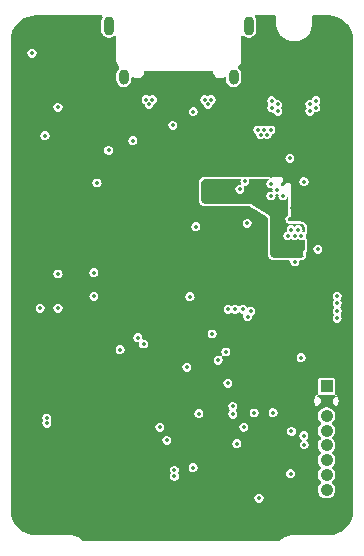
<source format=gbr>
%TF.GenerationSoftware,KiCad,Pcbnew,8.0.3*%
%TF.CreationDate,2024-09-21T17:28:31+02:00*%
%TF.ProjectId,SynchGaze_Transmiter,53796e63-6847-4617-9a65-5f5472616e73,1.0*%
%TF.SameCoordinates,Original*%
%TF.FileFunction,Copper,L3,Inr*%
%TF.FilePolarity,Positive*%
%FSLAX46Y46*%
G04 Gerber Fmt 4.6, Leading zero omitted, Abs format (unit mm)*
G04 Created by KiCad (PCBNEW 8.0.3) date 2024-09-21 17:28:31*
%MOMM*%
%LPD*%
G01*
G04 APERTURE LIST*
%TA.AperFunction,ComponentPad*%
%ADD10R,1.058000X1.058000*%
%TD*%
%TA.AperFunction,ComponentPad*%
%ADD11C,1.058000*%
%TD*%
%TA.AperFunction,ComponentPad*%
%ADD12O,0.900000X1.600000*%
%TD*%
%TA.AperFunction,ComponentPad*%
%ADD13O,0.900000X1.300000*%
%TD*%
%TA.AperFunction,ViaPad*%
%ADD14C,0.350000*%
%TD*%
G04 APERTURE END LIST*
D10*
%TO.N,+3V3*%
%TO.C,J202*%
X165735000Y-80912000D03*
D11*
%TO.N,GND*%
X165735000Y-82162000D03*
%TO.N,/MCU/FSPI_CLK*%
X165735000Y-83412000D03*
%TO.N,/MCU/FSPI_Q*%
X165735000Y-84662000D03*
%TO.N,/MCU/FSPI_D*%
X165735000Y-85912000D03*
%TO.N,/MCU/IMU_NCS*%
X165735000Y-87162000D03*
%TO.N,/MCU/INTER_ACC*%
X165735000Y-88412000D03*
%TO.N,/MCU/INTER_GYR{slash}BOOT*%
X165735000Y-89662000D03*
%TD*%
D12*
%TO.N,unconnected-(J201-SHELL_GND-PadS1)_0*%
%TO.C,J201*%
X159130850Y-50400000D03*
%TO.N,unconnected-(J201-SHELL_GND-PadS2)_0*%
X147290850Y-50400000D03*
D13*
%TO.N,unconnected-(J201-SHELL_GND-PadS1)*%
X157860850Y-54720000D03*
%TO.N,unconnected-(J201-SHELL_GND-PadS2)*%
X148560850Y-54720000D03*
%TD*%
D14*
%TO.N,GND*%
X157505400Y-71272400D03*
X148742400Y-56769000D03*
X149504400Y-79756000D03*
X167386000Y-68402200D03*
X155194000Y-89712800D03*
X161036000Y-64795400D03*
X161315400Y-86868000D03*
X156946599Y-71272400D03*
X148767800Y-82245200D03*
X166700200Y-78028800D03*
X141046200Y-82931000D03*
X155727400Y-71831200D03*
X163880800Y-66700400D03*
X152704800Y-63754000D03*
X151257000Y-79756000D03*
X162839400Y-90093800D03*
X161594800Y-77114400D03*
X146939000Y-75514200D03*
X164693599Y-71450200D03*
X163906200Y-71755000D03*
X151257000Y-82245200D03*
X163830000Y-59766200D03*
X159410400Y-86842600D03*
X148767800Y-80492600D03*
X166700200Y-77495400D03*
X145008600Y-85775800D03*
X161010600Y-87452200D03*
X150520400Y-80492600D03*
X163830000Y-60325000D03*
X166700200Y-78587601D03*
X155879800Y-83261200D03*
X157784800Y-56007000D03*
X163830000Y-65862200D03*
X164128400Y-69672200D03*
X163042600Y-80873600D03*
X163906200Y-70993000D03*
X158064200Y-89433400D03*
X142976600Y-51943000D03*
X162052000Y-63779400D03*
X155879800Y-87909400D03*
X148005800Y-93726000D03*
X143027400Y-81864200D03*
X162052000Y-64795400D03*
X158064200Y-88392000D03*
X163271200Y-66471800D03*
X160832800Y-77114400D03*
X151257000Y-81508599D03*
X146812000Y-93726000D03*
X142875000Y-85775800D03*
X152438100Y-86550500D03*
X162001200Y-76530200D03*
X162331400Y-77114400D03*
X158292800Y-57251600D03*
X157022800Y-69977000D03*
X150520400Y-81508599D03*
X163830000Y-89839800D03*
X151257000Y-80492600D03*
X148742400Y-56007000D03*
X156540200Y-79756000D03*
X150520400Y-82245200D03*
X165811200Y-71450200D03*
X141528800Y-69951600D03*
X163118800Y-62890400D03*
X160959800Y-84963000D03*
X158242000Y-59486800D03*
X163880800Y-88976200D03*
X158064200Y-71272400D03*
X158318200Y-56413400D03*
X160401000Y-84988400D03*
X167386000Y-66243200D03*
X149148800Y-57404000D03*
X149504400Y-80492600D03*
X149529800Y-56769000D03*
X147269200Y-88620600D03*
X164338000Y-87858600D03*
X156489400Y-85166200D03*
X149504400Y-81508600D03*
X165252400Y-71450200D03*
X158688400Y-84996400D03*
X157911800Y-69977000D03*
X162610800Y-66776600D03*
X143022900Y-63636999D03*
X150520400Y-79756000D03*
X167716200Y-70231000D03*
X148259800Y-57353200D03*
X148767800Y-79756000D03*
X156632600Y-77292200D03*
X147269200Y-86893400D03*
X151511000Y-86487000D03*
X165760400Y-77393800D03*
X165176200Y-77393800D03*
X148259800Y-62966600D03*
X156133800Y-90474800D03*
X161544000Y-64287400D03*
X149326600Y-62966600D03*
X161213800Y-77698600D03*
X162458400Y-87172800D03*
X156921200Y-88925400D03*
X143967200Y-85775800D03*
X167741600Y-64541400D03*
X158521400Y-87426800D03*
X163830000Y-59207400D03*
X160756600Y-86766400D03*
X162001200Y-77698600D03*
X157099000Y-85801200D03*
X156362400Y-70205600D03*
X149504400Y-82245200D03*
X158089600Y-84861400D03*
X162839400Y-65811400D03*
X143002000Y-80594200D03*
X167284400Y-70688200D03*
X161036000Y-63779400D03*
X154025600Y-69189600D03*
X148767800Y-81508599D03*
X166446200Y-70993000D03*
X157022801Y-56794400D03*
X145567400Y-93726000D03*
X161213800Y-76530200D03*
X148082000Y-56438800D03*
X166446200Y-70434200D03*
X157403800Y-57327800D03*
X157784800Y-56794400D03*
%TO.N,/MCU/INTER_GYR{slash}BOOT*%
X153900000Y-79300000D03*
X158129600Y-85758400D03*
X143000000Y-71400000D03*
X157200600Y-78003400D03*
%TO.N,/MCU/INTER_ACC*%
X162768876Y-84728724D03*
X157784800Y-82600800D03*
%TO.N,/MCU/FSPI_D*%
X163860000Y-85856600D03*
X157378400Y-80645000D03*
X158724600Y-84378800D03*
%TO.N,/MCU/SPI_DO*%
X154178000Y-73329800D03*
X148259800Y-77825600D03*
%TO.N,/MCU/SPI_NWP*%
X150241000Y-77325600D03*
X146024600Y-73304400D03*
%TO.N,/MCU/FSPI_Q*%
X163809200Y-85094600D03*
X159613600Y-83171000D03*
%TO.N,/MCU/SPI_NCS0*%
X149758400Y-76784200D03*
X146024600Y-71297800D03*
%TO.N,/MCU/IMU_NCS*%
X157784800Y-83261200D03*
X161213800Y-83159600D03*
%TO.N,+3V3*%
X146300000Y-63700000D03*
X166649400Y-74523600D03*
X166649400Y-73279000D03*
X160020000Y-90398600D03*
X156565600Y-78688600D03*
X142036800Y-83591400D03*
X142036800Y-84048600D03*
X154457400Y-87807800D03*
X152857200Y-88011000D03*
X162687000Y-88315800D03*
X154930200Y-83226000D03*
X163601400Y-78486000D03*
X166649400Y-75158600D03*
X152857200Y-88519000D03*
X166649400Y-73888600D03*
X156057600Y-76479400D03*
%TO.N,VBUS*%
X155702000Y-57048400D03*
X155430997Y-56642000D03*
X150994603Y-56642000D03*
X150723600Y-57048400D03*
X158826200Y-63562152D03*
X152704800Y-58801000D03*
X164998400Y-69291200D03*
X163042600Y-70383400D03*
X150469600Y-56642000D03*
X155956000Y-56642000D03*
X159034138Y-67088014D03*
%TO.N,/MCU/CHIP_EN*%
X140800000Y-52700000D03*
X141500000Y-74300000D03*
X143000000Y-74300000D03*
X151612600Y-84378800D03*
X152196800Y-85471000D03*
%TO.N,/MCU/CC2*%
X154460850Y-57658000D03*
X149326600Y-60121800D03*
%TO.N,VCC*%
X159054800Y-75006200D03*
X159334200Y-74549000D03*
X147281281Y-60918719D03*
X161010600Y-59207400D03*
X158648400Y-74371200D03*
X160477200Y-59207400D03*
X159918400Y-59207400D03*
X160172400Y-59613800D03*
X160705800Y-59613800D03*
X158013400Y-74371200D03*
X157403800Y-74371200D03*
%TO.N,/Power/~{CRG}*%
X143000000Y-57300000D03*
X162636200Y-61620400D03*
%TO.N,/Power/~{PG}*%
X163830000Y-63576200D03*
X141900000Y-59700000D03*
%TO.N,/Power/TMR*%
X154660600Y-67386200D03*
X158394400Y-64211200D03*
%TO.N,/Power/BAT*%
X162737800Y-67665600D03*
X163601400Y-68173600D03*
X163042600Y-68173600D03*
X163322000Y-67665600D03*
X164820600Y-56743600D03*
X162458400Y-68173600D03*
X164312600Y-57023000D03*
X164820600Y-57327800D03*
X164312600Y-57632600D03*
%TO.N,GNDPWR*%
X162737800Y-69672200D03*
X163093400Y-69164200D03*
X161086800Y-57327800D03*
X156438600Y-64998600D03*
X163626800Y-69088000D03*
X156083000Y-64541400D03*
X161086800Y-56743600D03*
X162458400Y-69164200D03*
X156845000Y-64541400D03*
X161594800Y-57048400D03*
X161594800Y-57607201D03*
X163328400Y-69672200D03*
X155727400Y-64998600D03*
%TD*%
%TA.AperFunction,Conductor*%
%TO.N,GND*%
G36*
X141192281Y-49500573D02*
G01*
X141268950Y-49503522D01*
X141268950Y-49503521D01*
X141268951Y-49503522D01*
X141268951Y-49503521D01*
X141277532Y-49502347D01*
X141277627Y-49503042D01*
X141293866Y-49500500D01*
X146685499Y-49500500D01*
X146755503Y-49529496D01*
X146784499Y-49599500D01*
X146771235Y-49649000D01*
X146684682Y-49798911D01*
X146684681Y-49798916D01*
X146640350Y-49964360D01*
X146640350Y-50835640D01*
X146668115Y-50939258D01*
X146684682Y-51001088D01*
X146770317Y-51149411D01*
X146770319Y-51149413D01*
X146770321Y-51149416D01*
X146891434Y-51270529D01*
X146891436Y-51270530D01*
X146891438Y-51270532D01*
X147039762Y-51356167D01*
X147039763Y-51356167D01*
X147039766Y-51356169D01*
X147205210Y-51400500D01*
X147205211Y-51400500D01*
X147376489Y-51400500D01*
X147376490Y-51400500D01*
X147541934Y-51356169D01*
X147541936Y-51356167D01*
X147541938Y-51356167D01*
X147690261Y-51270532D01*
X147690261Y-51270531D01*
X147690266Y-51270529D01*
X147742349Y-51218445D01*
X147812351Y-51189449D01*
X147882355Y-51218445D01*
X147911352Y-51288448D01*
X147911352Y-51288501D01*
X147910399Y-53102949D01*
X147910349Y-53103533D01*
X147910349Y-53200052D01*
X147910292Y-53308468D01*
X147910399Y-53309552D01*
X147910399Y-53312722D01*
X147960561Y-53532514D01*
X148058370Y-53735630D01*
X148058373Y-53735636D01*
X148058405Y-53735676D01*
X148165987Y-53870592D01*
X148186960Y-53943403D01*
X148158587Y-54002317D01*
X148040321Y-54120583D01*
X148040317Y-54120588D01*
X147954682Y-54268911D01*
X147910350Y-54434360D01*
X147910350Y-55005639D01*
X147954682Y-55171088D01*
X148040317Y-55319411D01*
X148040319Y-55319413D01*
X148040321Y-55319416D01*
X148161434Y-55440529D01*
X148161436Y-55440530D01*
X148161438Y-55440532D01*
X148309762Y-55526167D01*
X148309763Y-55526167D01*
X148309766Y-55526169D01*
X148475210Y-55570500D01*
X148475211Y-55570500D01*
X148646489Y-55570500D01*
X148646490Y-55570500D01*
X148811934Y-55526169D01*
X148811936Y-55526167D01*
X148811938Y-55526167D01*
X148960261Y-55440532D01*
X148960261Y-55440531D01*
X148960266Y-55440529D01*
X149081379Y-55319416D01*
X149167019Y-55171084D01*
X149211350Y-55005640D01*
X149211350Y-54797617D01*
X149240346Y-54727613D01*
X149310350Y-54698617D01*
X149359850Y-54711881D01*
X149488711Y-54786279D01*
X149488709Y-54786279D01*
X149488713Y-54786280D01*
X149488715Y-54786281D01*
X149635084Y-54825500D01*
X149635086Y-54825500D01*
X149786614Y-54825500D01*
X149786616Y-54825500D01*
X149932985Y-54786281D01*
X149932987Y-54786279D01*
X149932989Y-54786279D01*
X150064210Y-54710518D01*
X150064210Y-54710517D01*
X150064215Y-54710515D01*
X150171365Y-54603365D01*
X150247131Y-54472135D01*
X150286350Y-54325766D01*
X150286350Y-54299464D01*
X150315346Y-54229460D01*
X150385346Y-54200464D01*
X156036348Y-54200334D01*
X156106352Y-54229329D01*
X156135350Y-54299332D01*
X156135350Y-54325766D01*
X156164447Y-54434360D01*
X156174570Y-54472139D01*
X156250331Y-54603360D01*
X156250333Y-54603362D01*
X156250335Y-54603365D01*
X156357485Y-54710515D01*
X156357487Y-54710516D01*
X156357489Y-54710518D01*
X156488711Y-54786279D01*
X156488709Y-54786279D01*
X156488713Y-54786280D01*
X156488715Y-54786281D01*
X156635084Y-54825500D01*
X156635086Y-54825500D01*
X156786614Y-54825500D01*
X156786616Y-54825500D01*
X156932985Y-54786281D01*
X156932987Y-54786279D01*
X156932989Y-54786279D01*
X157061850Y-54711881D01*
X157136973Y-54701990D01*
X157197086Y-54748117D01*
X157210350Y-54797617D01*
X157210350Y-55005639D01*
X157254682Y-55171088D01*
X157340317Y-55319411D01*
X157340319Y-55319413D01*
X157340321Y-55319416D01*
X157461434Y-55440529D01*
X157461436Y-55440530D01*
X157461438Y-55440532D01*
X157609762Y-55526167D01*
X157609763Y-55526167D01*
X157609766Y-55526169D01*
X157775210Y-55570500D01*
X157775211Y-55570500D01*
X157946489Y-55570500D01*
X157946490Y-55570500D01*
X158111934Y-55526169D01*
X158111936Y-55526167D01*
X158111938Y-55526167D01*
X158260261Y-55440532D01*
X158260261Y-55440531D01*
X158260266Y-55440529D01*
X158381379Y-55319416D01*
X158467019Y-55171084D01*
X158511350Y-55005640D01*
X158511350Y-54434360D01*
X158467019Y-54268916D01*
X158467017Y-54268913D01*
X158467017Y-54268911D01*
X158381382Y-54120588D01*
X158381380Y-54120586D01*
X158381379Y-54120584D01*
X158263126Y-54002331D01*
X158234131Y-53932329D01*
X158255732Y-53870602D01*
X158363347Y-53735670D01*
X158461177Y-53532539D01*
X158511350Y-53312731D01*
X158511350Y-53309360D01*
X158511407Y-53308777D01*
X158511402Y-53299295D01*
X158511403Y-53299293D01*
X158511351Y-53199491D01*
X158511351Y-53111748D01*
X158511351Y-53103425D01*
X158511299Y-53102837D01*
X158511175Y-52867111D01*
X158510345Y-51288497D01*
X158539305Y-51218480D01*
X158609293Y-51189447D01*
X158679312Y-51218407D01*
X158731434Y-51270529D01*
X158731436Y-51270530D01*
X158731438Y-51270532D01*
X158879762Y-51356167D01*
X158879763Y-51356167D01*
X158879766Y-51356169D01*
X159045210Y-51400500D01*
X159045211Y-51400500D01*
X159216489Y-51400500D01*
X159216490Y-51400500D01*
X159381934Y-51356169D01*
X159381936Y-51356167D01*
X159381938Y-51356167D01*
X159530261Y-51270532D01*
X159530261Y-51270531D01*
X159530266Y-51270529D01*
X159651379Y-51149416D01*
X159737019Y-51001084D01*
X159781350Y-50835640D01*
X159781350Y-49964360D01*
X159737019Y-49798916D01*
X159737017Y-49798913D01*
X159737017Y-49798911D01*
X159650465Y-49649000D01*
X159640574Y-49573877D01*
X159686701Y-49513764D01*
X159736201Y-49500500D01*
X161400500Y-49500500D01*
X161470504Y-49529496D01*
X161499500Y-49599500D01*
X161499500Y-50111748D01*
X161499500Y-50200000D01*
X161499500Y-50357709D01*
X161538918Y-50543157D01*
X161565078Y-50666230D01*
X161565080Y-50666236D01*
X161693367Y-50954376D01*
X161693369Y-50954379D01*
X161693371Y-50954383D01*
X161835071Y-51149416D01*
X161878772Y-51209565D01*
X161878773Y-51209566D01*
X162113166Y-51420614D01*
X162113167Y-51420615D01*
X162113170Y-51420617D01*
X162301814Y-51529529D01*
X162386326Y-51578323D01*
X162386327Y-51578323D01*
X162386330Y-51578325D01*
X162686310Y-51675795D01*
X163000000Y-51708765D01*
X163313690Y-51675795D01*
X163613670Y-51578325D01*
X163886830Y-51420617D01*
X163974730Y-51341471D01*
X164121226Y-51209566D01*
X164121227Y-51209565D01*
X164121227Y-51209563D01*
X164121231Y-51209561D01*
X164306629Y-50954383D01*
X164434921Y-50666234D01*
X164500500Y-50357709D01*
X164500500Y-50200000D01*
X164500500Y-50111748D01*
X164500500Y-49599500D01*
X164529496Y-49529496D01*
X164599500Y-49500500D01*
X165811748Y-49500500D01*
X165895681Y-49500500D01*
X165904309Y-49500877D01*
X166255949Y-49531641D01*
X166272929Y-49534634D01*
X166609713Y-49624875D01*
X166625921Y-49630775D01*
X166941897Y-49778118D01*
X166956842Y-49786746D01*
X166974223Y-49798916D01*
X167199733Y-49956820D01*
X167242434Y-49986719D01*
X167255654Y-49997811D01*
X167502188Y-50244345D01*
X167513280Y-50257565D01*
X167713253Y-50543157D01*
X167721881Y-50558102D01*
X167869222Y-50874074D01*
X167875125Y-50890290D01*
X167965363Y-51227063D01*
X167968359Y-51244058D01*
X167999123Y-51595690D01*
X167999500Y-51604318D01*
X167999500Y-91395681D01*
X167999123Y-91404309D01*
X167968359Y-91755941D01*
X167965363Y-91772936D01*
X167875125Y-92109709D01*
X167869222Y-92125925D01*
X167721881Y-92441897D01*
X167713253Y-92456842D01*
X167513280Y-92742434D01*
X167502188Y-92755654D01*
X167255654Y-93002188D01*
X167242434Y-93013280D01*
X166956842Y-93213253D01*
X166941897Y-93221881D01*
X166625925Y-93369222D01*
X166609709Y-93375125D01*
X166272936Y-93465363D01*
X166255941Y-93468359D01*
X165904309Y-93499123D01*
X165895681Y-93499500D01*
X162752211Y-93499500D01*
X162462320Y-93557164D01*
X162462318Y-93557164D01*
X162189251Y-93670271D01*
X162189239Y-93670277D01*
X161943487Y-93834486D01*
X161943483Y-93834489D01*
X161826969Y-93951004D01*
X161756965Y-93980000D01*
X161204542Y-93980000D01*
X161166660Y-93972465D01*
X161159501Y-93969500D01*
X145959501Y-93969500D01*
X145740499Y-93969500D01*
X145733339Y-93972465D01*
X145695458Y-93980000D01*
X145143035Y-93980000D01*
X145073031Y-93951004D01*
X144956516Y-93834489D01*
X144956513Y-93834486D01*
X144886501Y-93787705D01*
X144710760Y-93670277D01*
X144710748Y-93670271D01*
X144437680Y-93557164D01*
X144147788Y-93499500D01*
X144147786Y-93499500D01*
X144099556Y-93499500D01*
X141293866Y-93499500D01*
X141277627Y-93496957D01*
X141277532Y-93497653D01*
X141268950Y-93496477D01*
X141192281Y-93499427D01*
X141188476Y-93499500D01*
X141176043Y-93499500D01*
X141171000Y-93499371D01*
X140814871Y-93481207D01*
X140797367Y-93478734D01*
X140449267Y-93397315D01*
X140432482Y-93391768D01*
X140104417Y-93249739D01*
X140088886Y-93241296D01*
X140046764Y-93213253D01*
X139791300Y-93043176D01*
X139777525Y-93032110D01*
X139519922Y-92784225D01*
X139508331Y-92770881D01*
X139497326Y-92755654D01*
X139298928Y-92481139D01*
X139289893Y-92465944D01*
X139135357Y-92143574D01*
X139129169Y-92127014D01*
X139034432Y-91782300D01*
X139031289Y-91764910D01*
X138998972Y-91404403D01*
X138998578Y-91395564D01*
X138998620Y-90699726D01*
X138998638Y-90398600D01*
X159634843Y-90398600D01*
X159672985Y-90565711D01*
X159672986Y-90565713D01*
X159779859Y-90699728D01*
X159857077Y-90736914D01*
X159934294Y-90774100D01*
X159934295Y-90774100D01*
X160105705Y-90774100D01*
X160260141Y-90699728D01*
X160367014Y-90565713D01*
X160405157Y-90398600D01*
X160367014Y-90231487D01*
X160260141Y-90097472D01*
X160257358Y-90096132D01*
X160105705Y-90023100D01*
X159934295Y-90023100D01*
X159779860Y-90097471D01*
X159779858Y-90097473D01*
X159672985Y-90231488D01*
X159634843Y-90398600D01*
X138998638Y-90398600D01*
X138998783Y-88011000D01*
X152472043Y-88011000D01*
X152510185Y-88178113D01*
X152530252Y-88203276D01*
X152551227Y-88276086D01*
X152530252Y-88326724D01*
X152510185Y-88351886D01*
X152472043Y-88519000D01*
X152510185Y-88686111D01*
X152510186Y-88686113D01*
X152617059Y-88820128D01*
X152694277Y-88857314D01*
X152771494Y-88894500D01*
X152771495Y-88894500D01*
X152942905Y-88894500D01*
X153097341Y-88820128D01*
X153204214Y-88686113D01*
X153242357Y-88519000D01*
X153204214Y-88351887D01*
X153184147Y-88326724D01*
X153181000Y-88315800D01*
X162301843Y-88315800D01*
X162339985Y-88482911D01*
X162339986Y-88482913D01*
X162446859Y-88616928D01*
X162495263Y-88640238D01*
X162601294Y-88691300D01*
X162601295Y-88691300D01*
X162772705Y-88691300D01*
X162927141Y-88616928D01*
X163034014Y-88482913D01*
X163072157Y-88315800D01*
X163034014Y-88148687D01*
X162927141Y-88014672D01*
X162772705Y-87940300D01*
X162601295Y-87940300D01*
X162446860Y-88014671D01*
X162446858Y-88014673D01*
X162339985Y-88148688D01*
X162301843Y-88315800D01*
X153181000Y-88315800D01*
X153163171Y-88253916D01*
X153184147Y-88203276D01*
X153204214Y-88178113D01*
X153242357Y-88011000D01*
X153204214Y-87843887D01*
X153175436Y-87807800D01*
X154072243Y-87807800D01*
X154110385Y-87974911D01*
X154110386Y-87974913D01*
X154217259Y-88108928D01*
X154294477Y-88146114D01*
X154371694Y-88183300D01*
X154371695Y-88183300D01*
X154543105Y-88183300D01*
X154697541Y-88108928D01*
X154804414Y-87974913D01*
X154842557Y-87807800D01*
X154804414Y-87640687D01*
X154697541Y-87506672D01*
X154543105Y-87432300D01*
X154371695Y-87432300D01*
X154217260Y-87506671D01*
X154217258Y-87506673D01*
X154110385Y-87640688D01*
X154072243Y-87807800D01*
X153175436Y-87807800D01*
X153097341Y-87709872D01*
X152942905Y-87635500D01*
X152771495Y-87635500D01*
X152617060Y-87709871D01*
X152617058Y-87709873D01*
X152510185Y-87843888D01*
X152472043Y-88011000D01*
X138998783Y-88011000D01*
X138998937Y-85471000D01*
X151811643Y-85471000D01*
X151849785Y-85638111D01*
X151849786Y-85638113D01*
X151956659Y-85772128D01*
X152033877Y-85809314D01*
X152111094Y-85846500D01*
X152111095Y-85846500D01*
X152282505Y-85846500D01*
X152436941Y-85772128D01*
X152447889Y-85758400D01*
X157744443Y-85758400D01*
X157782585Y-85925511D01*
X157782586Y-85925513D01*
X157889459Y-86059528D01*
X157966677Y-86096714D01*
X158043894Y-86133900D01*
X158043895Y-86133900D01*
X158215305Y-86133900D01*
X158369741Y-86059528D01*
X158476614Y-85925513D01*
X158514757Y-85758400D01*
X158476614Y-85591287D01*
X158369741Y-85457272D01*
X158215305Y-85382900D01*
X158043895Y-85382900D01*
X157889460Y-85457271D01*
X157889458Y-85457273D01*
X157782585Y-85591288D01*
X157744443Y-85758400D01*
X152447889Y-85758400D01*
X152543814Y-85638113D01*
X152581957Y-85471000D01*
X152543814Y-85303887D01*
X152436941Y-85169872D01*
X152282505Y-85095500D01*
X152111095Y-85095500D01*
X151956660Y-85169871D01*
X151956658Y-85169873D01*
X151849785Y-85303888D01*
X151811643Y-85471000D01*
X138998937Y-85471000D01*
X138999051Y-83591400D01*
X141651643Y-83591400D01*
X141689786Y-83758515D01*
X141694624Y-83768560D01*
X141692812Y-83769432D01*
X141710571Y-83831091D01*
X141693985Y-83871132D01*
X141694624Y-83871440D01*
X141689786Y-83881484D01*
X141651643Y-84048600D01*
X141689785Y-84215711D01*
X141689786Y-84215713D01*
X141796659Y-84349728D01*
X141803919Y-84353224D01*
X141951094Y-84424100D01*
X141951095Y-84424100D01*
X142122505Y-84424100D01*
X142216572Y-84378800D01*
X151227443Y-84378800D01*
X151265585Y-84545911D01*
X151265586Y-84545913D01*
X151372459Y-84679928D01*
X151449677Y-84717114D01*
X151526894Y-84754300D01*
X151526895Y-84754300D01*
X151698305Y-84754300D01*
X151852741Y-84679928D01*
X151959614Y-84545913D01*
X151997757Y-84378800D01*
X158339443Y-84378800D01*
X158377585Y-84545911D01*
X158377586Y-84545913D01*
X158484459Y-84679928D01*
X158561677Y-84717114D01*
X158638894Y-84754300D01*
X158638895Y-84754300D01*
X158810305Y-84754300D01*
X158863414Y-84728724D01*
X162383719Y-84728724D01*
X162421861Y-84895835D01*
X162421862Y-84895837D01*
X162528735Y-85029852D01*
X162605953Y-85067038D01*
X162683170Y-85104224D01*
X162683171Y-85104224D01*
X162854581Y-85104224D01*
X162874566Y-85094600D01*
X163424043Y-85094600D01*
X163462185Y-85261711D01*
X163462186Y-85261713D01*
X163569059Y-85395728D01*
X163585957Y-85403865D01*
X163636447Y-85460362D01*
X163632200Y-85536014D01*
X163620405Y-85554786D01*
X163512985Y-85689488D01*
X163474843Y-85856600D01*
X163512985Y-86023711D01*
X163512986Y-86023713D01*
X163619859Y-86157728D01*
X163697077Y-86194914D01*
X163774294Y-86232100D01*
X163774295Y-86232100D01*
X163945705Y-86232100D01*
X164100141Y-86157728D01*
X164207014Y-86023713D01*
X164245157Y-85856600D01*
X164207014Y-85689487D01*
X164100141Y-85555472D01*
X164083240Y-85547333D01*
X164032752Y-85490835D01*
X164037000Y-85415183D01*
X164048795Y-85396413D01*
X164156214Y-85261713D01*
X164156711Y-85259534D01*
X164194357Y-85094600D01*
X164156214Y-84927487D01*
X164049341Y-84793472D01*
X163894905Y-84719100D01*
X163723495Y-84719100D01*
X163569060Y-84793471D01*
X163569058Y-84793473D01*
X163462185Y-84927488D01*
X163424043Y-85094600D01*
X162874566Y-85094600D01*
X163009017Y-85029852D01*
X163115890Y-84895837D01*
X163154033Y-84728724D01*
X163115890Y-84561611D01*
X163009017Y-84427596D01*
X163001757Y-84424100D01*
X162854581Y-84353224D01*
X162683171Y-84353224D01*
X162528736Y-84427595D01*
X162528734Y-84427597D01*
X162421861Y-84561612D01*
X162383719Y-84728724D01*
X158863414Y-84728724D01*
X158964741Y-84679928D01*
X159071614Y-84545913D01*
X159109757Y-84378800D01*
X159071614Y-84211687D01*
X158964741Y-84077672D01*
X158810305Y-84003300D01*
X158638895Y-84003300D01*
X158484460Y-84077671D01*
X158484458Y-84077673D01*
X158377585Y-84211688D01*
X158339443Y-84378800D01*
X151997757Y-84378800D01*
X151959614Y-84211687D01*
X151852741Y-84077672D01*
X151698305Y-84003300D01*
X151526895Y-84003300D01*
X151372460Y-84077671D01*
X151372458Y-84077673D01*
X151265585Y-84211688D01*
X151227443Y-84378800D01*
X142216572Y-84378800D01*
X142276941Y-84349728D01*
X142383814Y-84215713D01*
X142421957Y-84048600D01*
X142383814Y-83881487D01*
X142383813Y-83881486D01*
X142383813Y-83881485D01*
X142378975Y-83871438D01*
X142380789Y-83870564D01*
X142363027Y-83808921D01*
X142379616Y-83768870D01*
X142378975Y-83768562D01*
X142383813Y-83758514D01*
X142383812Y-83758514D01*
X142383814Y-83758513D01*
X142421957Y-83591400D01*
X142383814Y-83424287D01*
X142276941Y-83290272D01*
X142143478Y-83226000D01*
X154545043Y-83226000D01*
X154583185Y-83393111D01*
X154583186Y-83393113D01*
X154690059Y-83527128D01*
X154730286Y-83546500D01*
X154844494Y-83601500D01*
X154844495Y-83601500D01*
X155015905Y-83601500D01*
X155170341Y-83527128D01*
X155277214Y-83393113D01*
X155315357Y-83226000D01*
X155277214Y-83058887D01*
X155170341Y-82924872D01*
X155015905Y-82850500D01*
X154844495Y-82850500D01*
X154690060Y-82924871D01*
X154690058Y-82924873D01*
X154583185Y-83058888D01*
X154545043Y-83226000D01*
X142143478Y-83226000D01*
X142122505Y-83215900D01*
X141951095Y-83215900D01*
X141796660Y-83290271D01*
X141796658Y-83290273D01*
X141689785Y-83424288D01*
X141651643Y-83591400D01*
X138999051Y-83591400D01*
X138999111Y-82600800D01*
X157399643Y-82600800D01*
X157437785Y-82767911D01*
X157437786Y-82767913D01*
X157450695Y-82784100D01*
X157518619Y-82869275D01*
X157539594Y-82942085D01*
X157518619Y-82992725D01*
X157437785Y-83094088D01*
X157399643Y-83261200D01*
X157437785Y-83428311D01*
X157437786Y-83428313D01*
X157544659Y-83562328D01*
X157605028Y-83591400D01*
X157699094Y-83636700D01*
X157699095Y-83636700D01*
X157870505Y-83636700D01*
X158024941Y-83562328D01*
X158131814Y-83428313D01*
X158169957Y-83261200D01*
X158149369Y-83171000D01*
X159228443Y-83171000D01*
X159266585Y-83338111D01*
X159266586Y-83338113D01*
X159373459Y-83472128D01*
X159450677Y-83509314D01*
X159527894Y-83546500D01*
X159527895Y-83546500D01*
X159699305Y-83546500D01*
X159853741Y-83472128D01*
X159960614Y-83338113D01*
X159998757Y-83171000D01*
X159996155Y-83159600D01*
X160828643Y-83159600D01*
X160866785Y-83326711D01*
X160866786Y-83326713D01*
X160973659Y-83460728D01*
X161050877Y-83497914D01*
X161128094Y-83535100D01*
X161128095Y-83535100D01*
X161299505Y-83535100D01*
X161453941Y-83460728D01*
X161492801Y-83411999D01*
X164996407Y-83411999D01*
X164996407Y-83412000D01*
X165032556Y-83640239D01*
X165097940Y-83768560D01*
X165137466Y-83846134D01*
X165258329Y-83966997D01*
X165287325Y-84037000D01*
X165258329Y-84107002D01*
X165153645Y-84211687D01*
X165137465Y-84227867D01*
X165032556Y-84433760D01*
X164996407Y-84661999D01*
X164996407Y-84662000D01*
X165032556Y-84890239D01*
X165051535Y-84927487D01*
X165137466Y-85096134D01*
X165258329Y-85216997D01*
X165287325Y-85287000D01*
X165258329Y-85357002D01*
X165158061Y-85457271D01*
X165137465Y-85477867D01*
X165032556Y-85683760D01*
X164996407Y-85911999D01*
X164996407Y-85912000D01*
X165032556Y-86140239D01*
X165079362Y-86232100D01*
X165137466Y-86346134D01*
X165258329Y-86466997D01*
X165287325Y-86537000D01*
X165258329Y-86607002D01*
X165137466Y-86727866D01*
X165137465Y-86727867D01*
X165032556Y-86933760D01*
X164996407Y-87161999D01*
X164996407Y-87162000D01*
X165032556Y-87390239D01*
X165091883Y-87506673D01*
X165137466Y-87596134D01*
X165258329Y-87716997D01*
X165287325Y-87787000D01*
X165258329Y-87857002D01*
X165175032Y-87940300D01*
X165137465Y-87977867D01*
X165032556Y-88183760D01*
X164996407Y-88411999D01*
X164996407Y-88412000D01*
X165032556Y-88640239D01*
X165124214Y-88820126D01*
X165137466Y-88846134D01*
X165258329Y-88966997D01*
X165287325Y-89037000D01*
X165258329Y-89107002D01*
X165137466Y-89227866D01*
X165137465Y-89227867D01*
X165032556Y-89433760D01*
X164996407Y-89661999D01*
X164996407Y-89662000D01*
X165032556Y-89890239D01*
X165100253Y-90023100D01*
X165137466Y-90096134D01*
X165300866Y-90259534D01*
X165506762Y-90364444D01*
X165692046Y-90393789D01*
X165734999Y-90400593D01*
X165735000Y-90400593D01*
X165735001Y-90400593D01*
X165771150Y-90394867D01*
X165963238Y-90364444D01*
X166169134Y-90259534D01*
X166332534Y-90096134D01*
X166437444Y-89890238D01*
X166473593Y-89662000D01*
X166437444Y-89433762D01*
X166332534Y-89227866D01*
X166211670Y-89107002D01*
X166182675Y-89037000D01*
X166211670Y-88966997D01*
X166332534Y-88846134D01*
X166437444Y-88640238D01*
X166473593Y-88412000D01*
X166437444Y-88183762D01*
X166332534Y-87977866D01*
X166211670Y-87857002D01*
X166182675Y-87787000D01*
X166211670Y-87716997D01*
X166332534Y-87596134D01*
X166437444Y-87390238D01*
X166473593Y-87162000D01*
X166437444Y-86933762D01*
X166332534Y-86727866D01*
X166211670Y-86607002D01*
X166182675Y-86537000D01*
X166211670Y-86466997D01*
X166332534Y-86346134D01*
X166437444Y-86140238D01*
X166473593Y-85912000D01*
X166437444Y-85683762D01*
X166332534Y-85477866D01*
X166211670Y-85357002D01*
X166182675Y-85287000D01*
X166211670Y-85216997D01*
X166332534Y-85096134D01*
X166437444Y-84890238D01*
X166473593Y-84662000D01*
X166437444Y-84433762D01*
X166332534Y-84227866D01*
X166211670Y-84107002D01*
X166182675Y-84037000D01*
X166211670Y-83966997D01*
X166332534Y-83846134D01*
X166437444Y-83640238D01*
X166473593Y-83412000D01*
X166437444Y-83183762D01*
X166332534Y-82977866D01*
X166169134Y-82814466D01*
X165963238Y-82709556D01*
X165963239Y-82709556D01*
X165954329Y-82708145D01*
X165899813Y-82680367D01*
X165735000Y-82515553D01*
X165570183Y-82680368D01*
X165515671Y-82708145D01*
X165506759Y-82709556D01*
X165300867Y-82814465D01*
X165137465Y-82977867D01*
X165032556Y-83183760D01*
X164996407Y-83411999D01*
X161492801Y-83411999D01*
X161560814Y-83326713D01*
X161598957Y-83159600D01*
X161560814Y-82992487D01*
X161453941Y-82858472D01*
X161323177Y-82795500D01*
X161299505Y-82784100D01*
X161128095Y-82784100D01*
X160973660Y-82858471D01*
X160973658Y-82858473D01*
X160866785Y-82992488D01*
X160828643Y-83159600D01*
X159996155Y-83159600D01*
X159960614Y-83003887D01*
X159853741Y-82869872D01*
X159699305Y-82795500D01*
X159527895Y-82795500D01*
X159373460Y-82869871D01*
X159373458Y-82869873D01*
X159266585Y-83003888D01*
X159228443Y-83171000D01*
X158149369Y-83171000D01*
X158131814Y-83094087D01*
X158131814Y-83094086D01*
X158050981Y-82992725D01*
X158030005Y-82919915D01*
X158050981Y-82869275D01*
X158131814Y-82767913D01*
X158131814Y-82767911D01*
X158169957Y-82600800D01*
X158131814Y-82433687D01*
X158024941Y-82299672D01*
X157870505Y-82225300D01*
X157699095Y-82225300D01*
X157544660Y-82299671D01*
X157544658Y-82299673D01*
X157437785Y-82433688D01*
X157399643Y-82600800D01*
X138999111Y-82600800D01*
X138999138Y-82161999D01*
X164697121Y-82161999D01*
X164697121Y-82162000D01*
X164732485Y-82430619D01*
X164732487Y-82430627D01*
X164836168Y-82680936D01*
X164836173Y-82680945D01*
X164847603Y-82695840D01*
X165381444Y-82161999D01*
X165326744Y-82107299D01*
X165460000Y-82107299D01*
X165460000Y-82216701D01*
X165501866Y-82317775D01*
X165579225Y-82395134D01*
X165680299Y-82437000D01*
X165789701Y-82437000D01*
X165890775Y-82395134D01*
X165968134Y-82317775D01*
X166010000Y-82216701D01*
X166010000Y-82161999D01*
X166088553Y-82161999D01*
X166622395Y-82695840D01*
X166633830Y-82680938D01*
X166633832Y-82680935D01*
X166737512Y-82430627D01*
X166737514Y-82430619D01*
X166772879Y-82162000D01*
X166772879Y-82161999D01*
X166737514Y-81893380D01*
X166737512Y-81893374D01*
X166633829Y-81643061D01*
X166622394Y-81628157D01*
X166602907Y-81647645D01*
X166532903Y-81676641D01*
X166483181Y-81656044D01*
X166497740Y-81729213D01*
X166470645Y-81779907D01*
X166088553Y-82161999D01*
X166010000Y-82161999D01*
X166010000Y-82107299D01*
X165968134Y-82006225D01*
X165890775Y-81928866D01*
X165789701Y-81887000D01*
X165680299Y-81887000D01*
X165579225Y-81928866D01*
X165501866Y-82006225D01*
X165460000Y-82107299D01*
X165326744Y-82107299D01*
X164999351Y-81779906D01*
X164970355Y-81709902D01*
X164990946Y-81660189D01*
X164917783Y-81674742D01*
X164867093Y-81647648D01*
X164847603Y-81628158D01*
X164836171Y-81643057D01*
X164836168Y-81643063D01*
X164732487Y-81893372D01*
X164732485Y-81893380D01*
X164697121Y-82161999D01*
X138999138Y-82161999D01*
X138999230Y-80645000D01*
X156993243Y-80645000D01*
X157031385Y-80812111D01*
X157031386Y-80812113D01*
X157138259Y-80946128D01*
X157215477Y-80983314D01*
X157292694Y-81020500D01*
X157292695Y-81020500D01*
X157464105Y-81020500D01*
X157618541Y-80946128D01*
X157725414Y-80812113D01*
X157763557Y-80645000D01*
X157725414Y-80477887D01*
X157633997Y-80363253D01*
X165005500Y-80363253D01*
X165005500Y-81460746D01*
X165005501Y-81460758D01*
X165017132Y-81519227D01*
X165017133Y-81519231D01*
X165017134Y-81519232D01*
X165019413Y-81522643D01*
X165020213Y-81526665D01*
X165020866Y-81528242D01*
X165020552Y-81528371D01*
X165034195Y-81596958D01*
X165007857Y-81636374D01*
X165069355Y-81610902D01*
X165124355Y-81627586D01*
X165127769Y-81629867D01*
X165172231Y-81638711D01*
X165186241Y-81641498D01*
X165186246Y-81641498D01*
X165186252Y-81641500D01*
X165186253Y-81641500D01*
X165527046Y-81641500D01*
X165597049Y-81670496D01*
X165735000Y-81808446D01*
X165872951Y-81670496D01*
X165942954Y-81641500D01*
X166283747Y-81641500D01*
X166283748Y-81641500D01*
X166342231Y-81629867D01*
X166345636Y-81627591D01*
X166349651Y-81626792D01*
X166351242Y-81626134D01*
X166351372Y-81626450D01*
X166419950Y-81612805D01*
X166459381Y-81639149D01*
X166433904Y-81577640D01*
X166450592Y-81522635D01*
X166452867Y-81519231D01*
X166464500Y-81460748D01*
X166464500Y-80363252D01*
X166452867Y-80304769D01*
X166408552Y-80238448D01*
X166408548Y-80238445D01*
X166342233Y-80194134D01*
X166342231Y-80194133D01*
X166342228Y-80194132D01*
X166342227Y-80194132D01*
X166283758Y-80182501D01*
X166283748Y-80182500D01*
X165186252Y-80182500D01*
X165186251Y-80182500D01*
X165186241Y-80182501D01*
X165127772Y-80194132D01*
X165127766Y-80194134D01*
X165061451Y-80238445D01*
X165061445Y-80238451D01*
X165017134Y-80304766D01*
X165017132Y-80304772D01*
X165005501Y-80363241D01*
X165005500Y-80363253D01*
X157633997Y-80363253D01*
X157618541Y-80343872D01*
X157464105Y-80269500D01*
X157292695Y-80269500D01*
X157138260Y-80343871D01*
X157138258Y-80343873D01*
X157031385Y-80477888D01*
X156993243Y-80645000D01*
X138999230Y-80645000D01*
X138999311Y-79300000D01*
X153514843Y-79300000D01*
X153552985Y-79467111D01*
X153552986Y-79467113D01*
X153659859Y-79601128D01*
X153737077Y-79638314D01*
X153814294Y-79675500D01*
X153814295Y-79675500D01*
X153985705Y-79675500D01*
X154140141Y-79601128D01*
X154247014Y-79467113D01*
X154285157Y-79300000D01*
X154247014Y-79132887D01*
X154140141Y-78998872D01*
X153985705Y-78924500D01*
X153814295Y-78924500D01*
X153659860Y-78998871D01*
X153659858Y-78998873D01*
X153552985Y-79132888D01*
X153514843Y-79300000D01*
X138999311Y-79300000D01*
X138999348Y-78688600D01*
X156180443Y-78688600D01*
X156218585Y-78855711D01*
X156218586Y-78855713D01*
X156325459Y-78989728D01*
X156402677Y-79026914D01*
X156479894Y-79064100D01*
X156479895Y-79064100D01*
X156651305Y-79064100D01*
X156805741Y-78989728D01*
X156912614Y-78855713D01*
X156950757Y-78688600D01*
X156912614Y-78521487D01*
X156884314Y-78486000D01*
X163216243Y-78486000D01*
X163254385Y-78653111D01*
X163254386Y-78653113D01*
X163361259Y-78787128D01*
X163438477Y-78824314D01*
X163515694Y-78861500D01*
X163515695Y-78861500D01*
X163687105Y-78861500D01*
X163841541Y-78787128D01*
X163948414Y-78653113D01*
X163986557Y-78486000D01*
X163948414Y-78318887D01*
X163841541Y-78184872D01*
X163687105Y-78110500D01*
X163515695Y-78110500D01*
X163361260Y-78184871D01*
X163361258Y-78184873D01*
X163254385Y-78318888D01*
X163216243Y-78486000D01*
X156884314Y-78486000D01*
X156872323Y-78470964D01*
X156851349Y-78398155D01*
X156871239Y-78362165D01*
X156805388Y-78381136D01*
X156773519Y-78371955D01*
X156651305Y-78313100D01*
X156479895Y-78313100D01*
X156325460Y-78387471D01*
X156325458Y-78387473D01*
X156218585Y-78521488D01*
X156180443Y-78688600D01*
X138999348Y-78688600D01*
X138999400Y-77825600D01*
X147874643Y-77825600D01*
X147912785Y-77992711D01*
X147912786Y-77992713D01*
X148019659Y-78126728D01*
X148096877Y-78163914D01*
X148174094Y-78201100D01*
X148174095Y-78201100D01*
X148345505Y-78201100D01*
X148499941Y-78126728D01*
X148598291Y-78003400D01*
X156815443Y-78003400D01*
X156853585Y-78170511D01*
X156853586Y-78170513D01*
X156865037Y-78184872D01*
X156893875Y-78221034D01*
X156914850Y-78293844D01*
X156894959Y-78329833D01*
X156960811Y-78310863D01*
X156992674Y-78320042D01*
X157114895Y-78378900D01*
X157114896Y-78378900D01*
X157286305Y-78378900D01*
X157440741Y-78304528D01*
X157547614Y-78170513D01*
X157585757Y-78003400D01*
X157547614Y-77836287D01*
X157440741Y-77702272D01*
X157286305Y-77627900D01*
X157114895Y-77627900D01*
X156960460Y-77702271D01*
X156960458Y-77702273D01*
X156853585Y-77836288D01*
X156815443Y-78003400D01*
X148598291Y-78003400D01*
X148606814Y-77992713D01*
X148644957Y-77825600D01*
X148606814Y-77658487D01*
X148499941Y-77524472D01*
X148345505Y-77450100D01*
X148174095Y-77450100D01*
X148019660Y-77524471D01*
X148019658Y-77524473D01*
X147912785Y-77658488D01*
X147874643Y-77825600D01*
X138999400Y-77825600D01*
X138999463Y-76784200D01*
X149373243Y-76784200D01*
X149411385Y-76951311D01*
X149411386Y-76951313D01*
X149518259Y-77085328D01*
X149593284Y-77121458D01*
X149672694Y-77159700D01*
X149769567Y-77159700D01*
X149839571Y-77188696D01*
X149868567Y-77258700D01*
X149866085Y-77280724D01*
X149855843Y-77325600D01*
X149893985Y-77492711D01*
X149893986Y-77492713D01*
X150000859Y-77626728D01*
X150066808Y-77658487D01*
X150155294Y-77701100D01*
X150155295Y-77701100D01*
X150326705Y-77701100D01*
X150481141Y-77626728D01*
X150588014Y-77492713D01*
X150626157Y-77325600D01*
X150588014Y-77158487D01*
X150481141Y-77024472D01*
X150326705Y-76950100D01*
X150229833Y-76950100D01*
X150159829Y-76921104D01*
X150130833Y-76851100D01*
X150133314Y-76829075D01*
X150143557Y-76784200D01*
X150105414Y-76617087D01*
X149998541Y-76483072D01*
X149990916Y-76479400D01*
X155672443Y-76479400D01*
X155710585Y-76646511D01*
X155710586Y-76646513D01*
X155817459Y-76780528D01*
X155894677Y-76817714D01*
X155971894Y-76854900D01*
X155971895Y-76854900D01*
X156143305Y-76854900D01*
X156297741Y-76780528D01*
X156404614Y-76646513D01*
X156442757Y-76479400D01*
X156404614Y-76312287D01*
X156297741Y-76178272D01*
X156143305Y-76103900D01*
X155971895Y-76103900D01*
X155817460Y-76178271D01*
X155817458Y-76178273D01*
X155710585Y-76312288D01*
X155672443Y-76479400D01*
X149990916Y-76479400D01*
X149844105Y-76408700D01*
X149672695Y-76408700D01*
X149518260Y-76483071D01*
X149518258Y-76483073D01*
X149411385Y-76617088D01*
X149373243Y-76784200D01*
X138999463Y-76784200D01*
X138999614Y-74300000D01*
X141114843Y-74300000D01*
X141152985Y-74467111D01*
X141152986Y-74467113D01*
X141259859Y-74601128D01*
X141322531Y-74631309D01*
X141414294Y-74675500D01*
X141414295Y-74675500D01*
X141585705Y-74675500D01*
X141740141Y-74601128D01*
X141847014Y-74467113D01*
X141885157Y-74300000D01*
X142614843Y-74300000D01*
X142652985Y-74467111D01*
X142652986Y-74467113D01*
X142759859Y-74601128D01*
X142822531Y-74631309D01*
X142914294Y-74675500D01*
X142914295Y-74675500D01*
X143085705Y-74675500D01*
X143240141Y-74601128D01*
X143347014Y-74467113D01*
X143368906Y-74371200D01*
X157018643Y-74371200D01*
X157056785Y-74538311D01*
X157056786Y-74538313D01*
X157163659Y-74672328D01*
X157240877Y-74709514D01*
X157318094Y-74746700D01*
X157318095Y-74746700D01*
X157489505Y-74746700D01*
X157643941Y-74672328D01*
X157643944Y-74672323D01*
X157646873Y-74669989D01*
X157651664Y-74668608D01*
X157653991Y-74667488D01*
X157654181Y-74667883D01*
X157719682Y-74649011D01*
X157770327Y-74669989D01*
X157773257Y-74672325D01*
X157773259Y-74672328D01*
X157850477Y-74709514D01*
X157927694Y-74746700D01*
X157927695Y-74746700D01*
X158099105Y-74746700D01*
X158253541Y-74672328D01*
X158253544Y-74672323D01*
X158262263Y-74665372D01*
X158263461Y-74666875D01*
X158319812Y-74635729D01*
X158392623Y-74656703D01*
X158408201Y-74672281D01*
X158408257Y-74672325D01*
X158408259Y-74672328D01*
X158485477Y-74709514D01*
X158562694Y-74746700D01*
X158604730Y-74746700D01*
X158674734Y-74775696D01*
X158703730Y-74845700D01*
X158701248Y-74867730D01*
X158669643Y-75006199D01*
X158707785Y-75173311D01*
X158707786Y-75173313D01*
X158814659Y-75307328D01*
X158891877Y-75344514D01*
X158969094Y-75381700D01*
X158969095Y-75381700D01*
X159140505Y-75381700D01*
X159294941Y-75307328D01*
X159401814Y-75173313D01*
X159439957Y-75006200D01*
X159438738Y-75000859D01*
X159451430Y-74926159D01*
X159492298Y-74889636D01*
X159574341Y-74850128D01*
X159681214Y-74716113D01*
X159719357Y-74549000D01*
X159681214Y-74381887D01*
X159574341Y-74247872D01*
X159419905Y-74173500D01*
X159248495Y-74173500D01*
X159119145Y-74235791D01*
X159043493Y-74240039D01*
X158998789Y-74208320D01*
X158995414Y-74204088D01*
X158995414Y-74204087D01*
X158888541Y-74070072D01*
X158734105Y-73995700D01*
X158562695Y-73995700D01*
X158408257Y-74070072D01*
X158399537Y-74077027D01*
X158398339Y-74075525D01*
X158341981Y-74106671D01*
X158269172Y-74085692D01*
X158253593Y-74070113D01*
X158253542Y-74070072D01*
X158099105Y-73995700D01*
X157927695Y-73995700D01*
X157773254Y-74070074D01*
X157770319Y-74072415D01*
X157765529Y-74073794D01*
X157763209Y-74074912D01*
X157763019Y-74074517D01*
X157697508Y-74093386D01*
X157646881Y-74072415D01*
X157643945Y-74070074D01*
X157489505Y-73995700D01*
X157318095Y-73995700D01*
X157163660Y-74070071D01*
X157163658Y-74070073D01*
X157056785Y-74204088D01*
X157018643Y-74371200D01*
X143368906Y-74371200D01*
X143385157Y-74300000D01*
X143347014Y-74132887D01*
X143240141Y-73998872D01*
X143085705Y-73924500D01*
X142914295Y-73924500D01*
X142759860Y-73998871D01*
X142759858Y-73998873D01*
X142652985Y-74132888D01*
X142614843Y-74300000D01*
X141885157Y-74300000D01*
X141847014Y-74132887D01*
X141740141Y-73998872D01*
X141585705Y-73924500D01*
X141414295Y-73924500D01*
X141259860Y-73998871D01*
X141259858Y-73998873D01*
X141152985Y-74132888D01*
X141114843Y-74300000D01*
X138999614Y-74300000D01*
X138999674Y-73304400D01*
X145639443Y-73304400D01*
X145677585Y-73471511D01*
X145677586Y-73471513D01*
X145784459Y-73605528D01*
X145837199Y-73630926D01*
X145938894Y-73679900D01*
X145938895Y-73679900D01*
X146110305Y-73679900D01*
X146264741Y-73605528D01*
X146371614Y-73471513D01*
X146403960Y-73329800D01*
X153792843Y-73329800D01*
X153830985Y-73496911D01*
X153830986Y-73496913D01*
X153937859Y-73630928D01*
X154015077Y-73668114D01*
X154092294Y-73705300D01*
X154092295Y-73705300D01*
X154263705Y-73705300D01*
X154418141Y-73630928D01*
X154525014Y-73496913D01*
X154563157Y-73329800D01*
X154551562Y-73279000D01*
X166264243Y-73279000D01*
X166302385Y-73446111D01*
X166302386Y-73446113D01*
X166322640Y-73471511D01*
X166362963Y-73522075D01*
X166383938Y-73594886D01*
X166362963Y-73645525D01*
X166302385Y-73721488D01*
X166264243Y-73888600D01*
X166302385Y-74055711D01*
X166302386Y-74055713D01*
X166348187Y-74113146D01*
X166373091Y-74144375D01*
X166394066Y-74217185D01*
X166373091Y-74267825D01*
X166302385Y-74356488D01*
X166264243Y-74523600D01*
X166302385Y-74690711D01*
X166302386Y-74690713D01*
X166317508Y-74709675D01*
X166373091Y-74779375D01*
X166394066Y-74852185D01*
X166373091Y-74902825D01*
X166302385Y-74991488D01*
X166264243Y-75158600D01*
X166302385Y-75325711D01*
X166302386Y-75325713D01*
X166409259Y-75459728D01*
X166486477Y-75496914D01*
X166563694Y-75534100D01*
X166563695Y-75534100D01*
X166735105Y-75534100D01*
X166889541Y-75459728D01*
X166996414Y-75325713D01*
X167034557Y-75158600D01*
X166999772Y-75006199D01*
X166996414Y-74991486D01*
X166925709Y-74902825D01*
X166904733Y-74830015D01*
X166925709Y-74779375D01*
X166996414Y-74690713D01*
X167002198Y-74665372D01*
X167034557Y-74523600D01*
X167002212Y-74381888D01*
X166996414Y-74356486D01*
X166925709Y-74267825D01*
X166904733Y-74195015D01*
X166925709Y-74144375D01*
X166996414Y-74055713D01*
X166996414Y-74055711D01*
X167034557Y-73888600D01*
X166996414Y-73721487D01*
X166935835Y-73645523D01*
X166914859Y-73572716D01*
X166935834Y-73522077D01*
X166996414Y-73446113D01*
X167034557Y-73279000D01*
X166996414Y-73111887D01*
X166889541Y-72977872D01*
X166735105Y-72903500D01*
X166563695Y-72903500D01*
X166409260Y-72977871D01*
X166409258Y-72977873D01*
X166302385Y-73111888D01*
X166264243Y-73279000D01*
X154551562Y-73279000D01*
X154525014Y-73162687D01*
X154418141Y-73028672D01*
X154263705Y-72954300D01*
X154092295Y-72954300D01*
X153937860Y-73028671D01*
X153937858Y-73028673D01*
X153830985Y-73162688D01*
X153792843Y-73329800D01*
X146403960Y-73329800D01*
X146409757Y-73304400D01*
X146371614Y-73137287D01*
X146264741Y-73003272D01*
X146110305Y-72928900D01*
X145938895Y-72928900D01*
X145784460Y-73003271D01*
X145784458Y-73003273D01*
X145677585Y-73137288D01*
X145639443Y-73304400D01*
X138999674Y-73304400D01*
X138999790Y-71400000D01*
X142614843Y-71400000D01*
X142652985Y-71567111D01*
X142652986Y-71567113D01*
X142759859Y-71701128D01*
X142837077Y-71738314D01*
X142914294Y-71775500D01*
X142914295Y-71775500D01*
X143085705Y-71775500D01*
X143240141Y-71701128D01*
X143347014Y-71567113D01*
X143385157Y-71400000D01*
X143361830Y-71297800D01*
X145639443Y-71297800D01*
X145677585Y-71464911D01*
X145677586Y-71464913D01*
X145784459Y-71598928D01*
X145861677Y-71636114D01*
X145938894Y-71673300D01*
X145938895Y-71673300D01*
X146110305Y-71673300D01*
X146264741Y-71598928D01*
X146371614Y-71464913D01*
X146409757Y-71297800D01*
X146371614Y-71130687D01*
X146264741Y-70996672D01*
X146110305Y-70922300D01*
X145938895Y-70922300D01*
X145784460Y-70996671D01*
X145784458Y-70996673D01*
X145677585Y-71130688D01*
X145639443Y-71297800D01*
X143361830Y-71297800D01*
X143347014Y-71232887D01*
X143240141Y-71098872D01*
X143085705Y-71024500D01*
X142914295Y-71024500D01*
X142759860Y-71098871D01*
X142759858Y-71098873D01*
X142652985Y-71232888D01*
X142614843Y-71400000D01*
X138999790Y-71400000D01*
X139000033Y-67386200D01*
X154275443Y-67386200D01*
X154313585Y-67553311D01*
X154313586Y-67553313D01*
X154420459Y-67687328D01*
X154497677Y-67724514D01*
X154574894Y-67761700D01*
X154574895Y-67761700D01*
X154746305Y-67761700D01*
X154900741Y-67687328D01*
X155007614Y-67553313D01*
X155045757Y-67386200D01*
X155007614Y-67219087D01*
X154903087Y-67088014D01*
X158648981Y-67088014D01*
X158687123Y-67255125D01*
X158687124Y-67255127D01*
X158793997Y-67389142D01*
X158866130Y-67423879D01*
X158948432Y-67463514D01*
X158948433Y-67463514D01*
X159119843Y-67463514D01*
X159274279Y-67389142D01*
X159381152Y-67255127D01*
X159419295Y-67088014D01*
X159381152Y-66920901D01*
X159274279Y-66786886D01*
X159119843Y-66712514D01*
X158948433Y-66712514D01*
X158793998Y-66786885D01*
X158793996Y-66786887D01*
X158687123Y-66920902D01*
X158648981Y-67088014D01*
X154903087Y-67088014D01*
X154900741Y-67085072D01*
X154746305Y-67010700D01*
X154574895Y-67010700D01*
X154420460Y-67085071D01*
X154420458Y-67085073D01*
X154313585Y-67219088D01*
X154275443Y-67386200D01*
X139000033Y-67386200D01*
X139000256Y-63700000D01*
X145914843Y-63700000D01*
X145952985Y-63867111D01*
X145952986Y-63867113D01*
X146059859Y-64001128D01*
X146137077Y-64038314D01*
X146214294Y-64075500D01*
X146214295Y-64075500D01*
X146385705Y-64075500D01*
X146540141Y-64001128D01*
X146647014Y-63867113D01*
X146685157Y-63700000D01*
X146680466Y-63679449D01*
X154909900Y-63679449D01*
X154909900Y-65149349D01*
X154911701Y-65176824D01*
X154913373Y-65189520D01*
X154918741Y-65216507D01*
X154918744Y-65216518D01*
X154919437Y-65219104D01*
X154919439Y-65219114D01*
X154953866Y-65347601D01*
X154974895Y-65398368D01*
X154974896Y-65398370D01*
X154987577Y-65420333D01*
X155021029Y-65463929D01*
X155112270Y-65555170D01*
X155112274Y-65555173D01*
X155112277Y-65555176D01*
X155155859Y-65588619D01*
X155155862Y-65588620D01*
X155155866Y-65588623D01*
X155171032Y-65597379D01*
X155177828Y-65601303D01*
X155177832Y-65601305D01*
X155212012Y-65615462D01*
X155228595Y-65622331D01*
X155228598Y-65622331D01*
X155228601Y-65622333D01*
X155359686Y-65657457D01*
X155386685Y-65662828D01*
X155399367Y-65664498D01*
X155426849Y-65666300D01*
X159175444Y-65666300D01*
X159189252Y-65667268D01*
X159202760Y-65669170D01*
X159207485Y-65669836D01*
X159234041Y-65677471D01*
X159250844Y-65684974D01*
X159263059Y-65691489D01*
X159419203Y-65789370D01*
X159738864Y-65989755D01*
X160699420Y-66591893D01*
X160718721Y-66607702D01*
X160728397Y-66617920D01*
X160739887Y-66630054D01*
X160763859Y-66673372D01*
X160771555Y-66703174D01*
X160774700Y-66727927D01*
X160774700Y-69721349D01*
X160776501Y-69748822D01*
X160778174Y-69761527D01*
X160783540Y-69788506D01*
X160818665Y-69919596D01*
X160818668Y-69919603D01*
X160839696Y-69970370D01*
X160849184Y-69986802D01*
X160852377Y-69992333D01*
X160885829Y-70035929D01*
X160977070Y-70127170D01*
X160977074Y-70127173D01*
X160977077Y-70127176D01*
X161020659Y-70160619D01*
X161020662Y-70160620D01*
X161020666Y-70160623D01*
X161035832Y-70169379D01*
X161042628Y-70173303D01*
X161042632Y-70173305D01*
X161076812Y-70187462D01*
X161093395Y-70194331D01*
X161093398Y-70194331D01*
X161093401Y-70194333D01*
X161224486Y-70229457D01*
X161251485Y-70234828D01*
X161264167Y-70236498D01*
X161291649Y-70238300D01*
X162566419Y-70238300D01*
X162636423Y-70267296D01*
X162665419Y-70337300D01*
X162662937Y-70359330D01*
X162657443Y-70383399D01*
X162695585Y-70550511D01*
X162695586Y-70550513D01*
X162802459Y-70684528D01*
X162879677Y-70721714D01*
X162956894Y-70758900D01*
X162956895Y-70758900D01*
X163128305Y-70758900D01*
X163282741Y-70684528D01*
X163389614Y-70550513D01*
X163427757Y-70383400D01*
X163422263Y-70359329D01*
X163434955Y-70284629D01*
X163496751Y-70240782D01*
X163518781Y-70238300D01*
X163574351Y-70238300D01*
X163601833Y-70236498D01*
X163614515Y-70234828D01*
X163641515Y-70229457D01*
X163772599Y-70194333D01*
X163823363Y-70173307D01*
X163845330Y-70160625D01*
X163888931Y-70127169D01*
X163942619Y-70073480D01*
X163983425Y-70015969D01*
X163997468Y-69986809D01*
X164005707Y-69967231D01*
X164010090Y-69837208D01*
X164006629Y-69825195D01*
X163999711Y-69801174D01*
X163985556Y-69773772D01*
X163976997Y-69750369D01*
X163964183Y-69694223D01*
X163964183Y-69650172D01*
X163970887Y-69620795D01*
X163990002Y-69581104D01*
X164034686Y-69525074D01*
X164068798Y-69463352D01*
X164079488Y-69432801D01*
X164091300Y-69363279D01*
X164091300Y-69291200D01*
X164613243Y-69291200D01*
X164651385Y-69458311D01*
X164651386Y-69458313D01*
X164758259Y-69592328D01*
X164817380Y-69620799D01*
X164912694Y-69666700D01*
X164912695Y-69666700D01*
X165084105Y-69666700D01*
X165238541Y-69592328D01*
X165345414Y-69458313D01*
X165383557Y-69291200D01*
X165345414Y-69124087D01*
X165238541Y-68990072D01*
X165084105Y-68915700D01*
X164912695Y-68915700D01*
X164758260Y-68990071D01*
X164758258Y-68990073D01*
X164651385Y-69124088D01*
X164613243Y-69291200D01*
X164091300Y-69291200D01*
X164091300Y-68533804D01*
X164086021Y-68486958D01*
X164086020Y-68486957D01*
X164086020Y-68486950D01*
X164081169Y-68465702D01*
X164081168Y-68465700D01*
X164081168Y-68465698D01*
X164016215Y-68355588D01*
X164000622Y-68341653D01*
X163967749Y-68273386D01*
X163970074Y-68245812D01*
X163986557Y-68173600D01*
X163969181Y-68097473D01*
X163981873Y-68022773D01*
X163990419Y-68011148D01*
X164060924Y-67928599D01*
X164075276Y-67893951D01*
X164091300Y-67813395D01*
X164091300Y-67464049D01*
X164089498Y-67436567D01*
X164087828Y-67423885D01*
X164082457Y-67396886D01*
X164047333Y-67265801D01*
X164026305Y-67215032D01*
X164013623Y-67193066D01*
X164013620Y-67193062D01*
X164013619Y-67193059D01*
X163980176Y-67149477D01*
X163980173Y-67149474D01*
X163980170Y-67149470D01*
X163888929Y-67058229D01*
X163845333Y-67024777D01*
X163823370Y-67012096D01*
X163772600Y-66991066D01*
X163688683Y-66968581D01*
X163641514Y-66955942D01*
X163641508Y-66955940D01*
X163641505Y-66955940D01*
X163614513Y-66950571D01*
X163614477Y-66950565D01*
X163601844Y-66948902D01*
X163601810Y-66948899D01*
X163574353Y-66947100D01*
X163574351Y-66947100D01*
X162849945Y-66947100D01*
X162824254Y-66943708D01*
X162823249Y-66943438D01*
X162823241Y-66943435D01*
X162823241Y-66943436D01*
X162801498Y-66937610D01*
X162742193Y-66932607D01*
X162727368Y-66931357D01*
X162727367Y-66931357D01*
X162693425Y-66934539D01*
X162693421Y-66934539D01*
X162681041Y-66937982D01*
X162654523Y-66941600D01*
X162595737Y-66941600D01*
X162552782Y-66931796D01*
X162542547Y-66926867D01*
X162542545Y-66926866D01*
X162542546Y-66926866D01*
X162542544Y-66926865D01*
X162525634Y-66918721D01*
X162491191Y-66891253D01*
X162472403Y-66867694D01*
X162453287Y-66828000D01*
X162451906Y-66821953D01*
X162446582Y-66798628D01*
X162446582Y-66754574D01*
X162453288Y-66725192D01*
X162472403Y-66685502D01*
X162491189Y-66661945D01*
X162525634Y-66634475D01*
X162572793Y-66611766D01*
X162603268Y-66593789D01*
X162616656Y-66584290D01*
X162689324Y-66493169D01*
X162703676Y-66458521D01*
X162719700Y-66377965D01*
X162719700Y-66016743D01*
X162707887Y-65947217D01*
X162697196Y-65916665D01*
X162697191Y-65916656D01*
X162695494Y-65912863D01*
X162696136Y-65912575D01*
X162688949Y-65893744D01*
X162675183Y-65833429D01*
X162675183Y-65789370D01*
X162688951Y-65729051D01*
X162696141Y-65710229D01*
X162695494Y-65709940D01*
X162697195Y-65706134D01*
X162697200Y-65706127D01*
X162707889Y-65675578D01*
X162716935Y-65622333D01*
X162719700Y-65606061D01*
X162719700Y-64914646D01*
X162711475Y-64856379D01*
X162711472Y-64856367D01*
X162703973Y-64830334D01*
X162703964Y-64830305D01*
X162701437Y-64822217D01*
X162704151Y-64761934D01*
X162702265Y-64761362D01*
X162703675Y-64756713D01*
X162703674Y-64756713D01*
X162703676Y-64756711D01*
X162719700Y-64676155D01*
X162719700Y-63898644D01*
X162715249Y-63867113D01*
X162711475Y-63840379D01*
X162711472Y-63840367D01*
X162703969Y-63814323D01*
X162703964Y-63814305D01*
X162701144Y-63805280D01*
X162623497Y-63700896D01*
X162606679Y-63688963D01*
X162592909Y-63679193D01*
X162564565Y-63662259D01*
X162564561Y-63662258D01*
X162435852Y-63643345D01*
X162435850Y-63643345D01*
X162398868Y-63649628D01*
X162398852Y-63649632D01*
X162366836Y-63657699D01*
X162262453Y-63735346D01*
X162262452Y-63735347D01*
X162256800Y-63743313D01*
X162240750Y-63765934D01*
X162234725Y-63779400D01*
X162207207Y-63840900D01*
X162207205Y-63840905D01*
X162205222Y-63845339D01*
X162204550Y-63845038D01*
X162191373Y-63869269D01*
X162171608Y-63894053D01*
X162137165Y-63921521D01*
X162110021Y-63934594D01*
X162067063Y-63944400D01*
X161988823Y-63944400D01*
X161918819Y-63915404D01*
X161889862Y-63848177D01*
X161888657Y-63805259D01*
X161888657Y-63805255D01*
X161887783Y-63801426D01*
X161887783Y-63757368D01*
X161890992Y-63743311D01*
X161894486Y-63727999D01*
X161913602Y-63688304D01*
X161938649Y-63656895D01*
X161958761Y-63637882D01*
X161958836Y-63637828D01*
X161958844Y-63637824D01*
X161972232Y-63628325D01*
X162013801Y-63576200D01*
X163444843Y-63576200D01*
X163482985Y-63743311D01*
X163482986Y-63743313D01*
X163589859Y-63877328D01*
X163634127Y-63898646D01*
X163744294Y-63951700D01*
X163744295Y-63951700D01*
X163915705Y-63951700D01*
X164070141Y-63877328D01*
X164177014Y-63743313D01*
X164215157Y-63576200D01*
X164177014Y-63409087D01*
X164070141Y-63275072D01*
X163991199Y-63237056D01*
X163915705Y-63200700D01*
X163744295Y-63200700D01*
X163589860Y-63275071D01*
X163589858Y-63275073D01*
X163482985Y-63409088D01*
X163444843Y-63576200D01*
X162013801Y-63576200D01*
X162044900Y-63537204D01*
X162059252Y-63502556D01*
X162069460Y-63471139D01*
X162059252Y-63341444D01*
X162059250Y-63341441D01*
X162059250Y-63341436D01*
X162044909Y-63306817D01*
X162044906Y-63306812D01*
X162044900Y-63306796D01*
X162029906Y-63277368D01*
X161930980Y-63192876D01*
X161915954Y-63186652D01*
X161896332Y-63178524D01*
X161815776Y-63162500D01*
X161272224Y-63162500D01*
X161272204Y-63162500D01*
X161236969Y-63165474D01*
X161236952Y-63165476D01*
X161220775Y-63168225D01*
X161115777Y-63218791D01*
X161115773Y-63218793D01*
X161115772Y-63218794D01*
X161115771Y-63218795D01*
X161096969Y-63235597D01*
X161025449Y-63260620D01*
X160966707Y-63237056D01*
X160964999Y-63235597D01*
X160914980Y-63192876D01*
X160899954Y-63186652D01*
X160880332Y-63178524D01*
X160799776Y-63162500D01*
X159229628Y-63162500D01*
X159229620Y-63162500D01*
X159206050Y-63163824D01*
X159195147Y-63165053D01*
X159096912Y-63202554D01*
X159083093Y-63212360D01*
X159009221Y-63229221D01*
X158982849Y-63220816D01*
X158911906Y-63186652D01*
X158911905Y-63186652D01*
X158740495Y-63186652D01*
X158740494Y-63186652D01*
X158664496Y-63223250D01*
X158588843Y-63227498D01*
X158557248Y-63209335D01*
X158537976Y-63192876D01*
X158503328Y-63178524D01*
X158422772Y-63162500D01*
X155426849Y-63162500D01*
X155399373Y-63164300D01*
X155386728Y-63165965D01*
X155386675Y-63165973D01*
X155359709Y-63171336D01*
X155359682Y-63171342D01*
X155228595Y-63206467D01*
X155177831Y-63227494D01*
X155177825Y-63227497D01*
X155155872Y-63240172D01*
X155155869Y-63240174D01*
X155129223Y-63260620D01*
X155112272Y-63273627D01*
X155021027Y-63364872D01*
X154987572Y-63408472D01*
X154974897Y-63430425D01*
X154974894Y-63430431D01*
X154953866Y-63481197D01*
X154945735Y-63511546D01*
X154938862Y-63537198D01*
X154933340Y-63557806D01*
X154918741Y-63612288D01*
X154913374Y-63639271D01*
X154913372Y-63639282D01*
X154913372Y-63639285D01*
X154912010Y-63649632D01*
X154911701Y-63651976D01*
X154909900Y-63679449D01*
X146680466Y-63679449D01*
X146647014Y-63532887D01*
X146540141Y-63398872D01*
X146385705Y-63324500D01*
X146214295Y-63324500D01*
X146059860Y-63398871D01*
X146059858Y-63398873D01*
X145952985Y-63532888D01*
X145914843Y-63700000D01*
X139000256Y-63700000D01*
X139000382Y-61620400D01*
X162251043Y-61620400D01*
X162289185Y-61787511D01*
X162289186Y-61787513D01*
X162396059Y-61921528D01*
X162473277Y-61958714D01*
X162550494Y-61995900D01*
X162550495Y-61995900D01*
X162721905Y-61995900D01*
X162876341Y-61921528D01*
X162983214Y-61787513D01*
X163021357Y-61620400D01*
X162983214Y-61453287D01*
X162876341Y-61319272D01*
X162721905Y-61244900D01*
X162550495Y-61244900D01*
X162396060Y-61319271D01*
X162396058Y-61319273D01*
X162289185Y-61453288D01*
X162251043Y-61620400D01*
X139000382Y-61620400D01*
X139000425Y-60918719D01*
X146896124Y-60918719D01*
X146934266Y-61085830D01*
X146934267Y-61085832D01*
X147041140Y-61219847D01*
X147118358Y-61257033D01*
X147195575Y-61294219D01*
X147195576Y-61294219D01*
X147366986Y-61294219D01*
X147521422Y-61219847D01*
X147628295Y-61085832D01*
X147666438Y-60918719D01*
X147628295Y-60751606D01*
X147521422Y-60617591D01*
X147366986Y-60543219D01*
X147195576Y-60543219D01*
X147041141Y-60617590D01*
X147041139Y-60617592D01*
X146934266Y-60751607D01*
X146896124Y-60918719D01*
X139000425Y-60918719D01*
X139000473Y-60121800D01*
X148941443Y-60121800D01*
X148979585Y-60288911D01*
X148979586Y-60288913D01*
X149086459Y-60422928D01*
X149163677Y-60460114D01*
X149240894Y-60497300D01*
X149240895Y-60497300D01*
X149412305Y-60497300D01*
X149566741Y-60422928D01*
X149673614Y-60288913D01*
X149711757Y-60121800D01*
X149673614Y-59954687D01*
X149566741Y-59820672D01*
X149412305Y-59746300D01*
X149240895Y-59746300D01*
X149086460Y-59820671D01*
X149086458Y-59820673D01*
X148979585Y-59954688D01*
X148941443Y-60121800D01*
X139000473Y-60121800D01*
X139000492Y-59809670D01*
X139000525Y-59809345D01*
X139000522Y-59799439D01*
X139000524Y-59799437D01*
X139000500Y-59700000D01*
X141514843Y-59700000D01*
X141552985Y-59867111D01*
X141552986Y-59867113D01*
X141659859Y-60001128D01*
X141737077Y-60038314D01*
X141814294Y-60075500D01*
X141814295Y-60075500D01*
X141985705Y-60075500D01*
X142140141Y-60001128D01*
X142247014Y-59867113D01*
X142285157Y-59700000D01*
X142247014Y-59532887D01*
X142140141Y-59398872D01*
X141985705Y-59324500D01*
X141814295Y-59324500D01*
X141659860Y-59398871D01*
X141659858Y-59398873D01*
X141552985Y-59532888D01*
X141514843Y-59700000D01*
X139000500Y-59700000D01*
X139000500Y-59698556D01*
X139000506Y-59600474D01*
X139000505Y-59600472D01*
X139000506Y-59590741D01*
X139000473Y-59590415D01*
X139000382Y-59207400D01*
X159533243Y-59207400D01*
X159571385Y-59374511D01*
X159571386Y-59374513D01*
X159678259Y-59508528D01*
X159731197Y-59534021D01*
X159781687Y-59590519D01*
X159783831Y-59603137D01*
X159784761Y-59602925D01*
X159825385Y-59780911D01*
X159825386Y-59780913D01*
X159932259Y-59914928D01*
X160009477Y-59952114D01*
X160086694Y-59989300D01*
X160086695Y-59989300D01*
X160258104Y-59989300D01*
X160258105Y-59989300D01*
X160396146Y-59922822D01*
X160471798Y-59918575D01*
X160482042Y-59922817D01*
X160620095Y-59989300D01*
X160620096Y-59989300D01*
X160791505Y-59989300D01*
X160945941Y-59914928D01*
X161052814Y-59780913D01*
X161087611Y-59628457D01*
X161131458Y-59566661D01*
X161141162Y-59561297D01*
X161250741Y-59508528D01*
X161357614Y-59374513D01*
X161395757Y-59207400D01*
X161357614Y-59040287D01*
X161250741Y-58906272D01*
X161096305Y-58831900D01*
X160924895Y-58831900D01*
X160786854Y-58898376D01*
X160711202Y-58902624D01*
X160700946Y-58898376D01*
X160562905Y-58831900D01*
X160391495Y-58831900D01*
X160240754Y-58904492D01*
X160165102Y-58908740D01*
X160154846Y-58904492D01*
X160004105Y-58831900D01*
X159832695Y-58831900D01*
X159678260Y-58906271D01*
X159678258Y-58906273D01*
X159571385Y-59040288D01*
X159533243Y-59207400D01*
X139000382Y-59207400D01*
X139000286Y-58801000D01*
X152319643Y-58801000D01*
X152357785Y-58968111D01*
X152357786Y-58968113D01*
X152464659Y-59102128D01*
X152541877Y-59139314D01*
X152619094Y-59176500D01*
X152619095Y-59176500D01*
X152790505Y-59176500D01*
X152944941Y-59102128D01*
X153051814Y-58968113D01*
X153089957Y-58801000D01*
X153051814Y-58633887D01*
X152944941Y-58499872D01*
X152790505Y-58425500D01*
X152619095Y-58425500D01*
X152464660Y-58499871D01*
X152464658Y-58499873D01*
X152357785Y-58633888D01*
X152319643Y-58801000D01*
X139000286Y-58801000D01*
X138999930Y-57300000D01*
X142614843Y-57300000D01*
X142652985Y-57467111D01*
X142652986Y-57467113D01*
X142759859Y-57601128D01*
X142817587Y-57628928D01*
X142914294Y-57675500D01*
X142914295Y-57675500D01*
X143085705Y-57675500D01*
X143122044Y-57658000D01*
X154075693Y-57658000D01*
X154113835Y-57825111D01*
X154113836Y-57825113D01*
X154220709Y-57959128D01*
X154297927Y-57996314D01*
X154375144Y-58033500D01*
X154375145Y-58033500D01*
X154546555Y-58033500D01*
X154700991Y-57959128D01*
X154807864Y-57825113D01*
X154846007Y-57658000D01*
X154807864Y-57490887D01*
X154700991Y-57356872D01*
X154663642Y-57338886D01*
X154546555Y-57282500D01*
X154375145Y-57282500D01*
X154220710Y-57356871D01*
X154220708Y-57356873D01*
X154113835Y-57490888D01*
X154075693Y-57658000D01*
X143122044Y-57658000D01*
X143240141Y-57601128D01*
X143347014Y-57467113D01*
X143385157Y-57300000D01*
X143347014Y-57132887D01*
X143240141Y-56998872D01*
X143188439Y-56973974D01*
X143085705Y-56924500D01*
X142914295Y-56924500D01*
X142759860Y-56998871D01*
X142759858Y-56998873D01*
X142652985Y-57132888D01*
X142614843Y-57300000D01*
X138999930Y-57300000D01*
X138999774Y-56642000D01*
X150084443Y-56642000D01*
X150122585Y-56809111D01*
X150122586Y-56809113D01*
X150229459Y-56943128D01*
X150282397Y-56968621D01*
X150332887Y-57025119D01*
X150335031Y-57037737D01*
X150335961Y-57037525D01*
X150376585Y-57215511D01*
X150376586Y-57215513D01*
X150483459Y-57349528D01*
X150560677Y-57386714D01*
X150637894Y-57423900D01*
X150637895Y-57423900D01*
X150809305Y-57423900D01*
X150963741Y-57349528D01*
X151070614Y-57215513D01*
X151108757Y-57048400D01*
X151108756Y-57048397D01*
X151109584Y-57044772D01*
X151153430Y-56982976D01*
X151163124Y-56977617D01*
X151234744Y-56943128D01*
X151341617Y-56809113D01*
X151379760Y-56642000D01*
X155045840Y-56642000D01*
X155083982Y-56809111D01*
X155083983Y-56809113D01*
X155190856Y-56943128D01*
X155262450Y-56977605D01*
X155312941Y-57034102D01*
X155316015Y-57044771D01*
X155354985Y-57215511D01*
X155354986Y-57215513D01*
X155461859Y-57349528D01*
X155539077Y-57386714D01*
X155616294Y-57423900D01*
X155616295Y-57423900D01*
X155787705Y-57423900D01*
X155942141Y-57349528D01*
X156049014Y-57215513D01*
X156087157Y-57048400D01*
X156087156Y-57048399D01*
X156089639Y-57037525D01*
X156095050Y-57038760D01*
X156116153Y-56987813D01*
X156143203Y-56968621D01*
X156196141Y-56943128D01*
X156303014Y-56809113D01*
X156317967Y-56743600D01*
X160701643Y-56743600D01*
X160739785Y-56910713D01*
X160790235Y-56973976D01*
X160811210Y-57046786D01*
X160790235Y-57097424D01*
X160739785Y-57160686D01*
X160701643Y-57327800D01*
X160739785Y-57494911D01*
X160739786Y-57494913D01*
X160846659Y-57628928D01*
X160907028Y-57658000D01*
X161001094Y-57703300D01*
X161152627Y-57703300D01*
X161222631Y-57732296D01*
X161240855Y-57765268D01*
X161242944Y-57764262D01*
X161247782Y-57774309D01*
X161247786Y-57774314D01*
X161354659Y-57908329D01*
X161407397Y-57933726D01*
X161509094Y-57982701D01*
X161509095Y-57982701D01*
X161680505Y-57982701D01*
X161834941Y-57908329D01*
X161941814Y-57774314D01*
X161979957Y-57607201D01*
X161941814Y-57440088D01*
X161901490Y-57389523D01*
X161880516Y-57316715D01*
X161901492Y-57266075D01*
X161941814Y-57215513D01*
X161979957Y-57048400D01*
X161974160Y-57023000D01*
X163927443Y-57023000D01*
X163965585Y-57190111D01*
X163965586Y-57190113D01*
X163985840Y-57215511D01*
X164026163Y-57266075D01*
X164047138Y-57338886D01*
X164026163Y-57389525D01*
X163965585Y-57465488D01*
X163927443Y-57632600D01*
X163965585Y-57799711D01*
X163965586Y-57799713D01*
X164072459Y-57933728D01*
X164125199Y-57959126D01*
X164226894Y-58008100D01*
X164226895Y-58008100D01*
X164398305Y-58008100D01*
X164552741Y-57933728D01*
X164659614Y-57799713D01*
X164664051Y-57780271D01*
X164707896Y-57718475D01*
X164760569Y-57703300D01*
X164906305Y-57703300D01*
X165060741Y-57628928D01*
X165167614Y-57494913D01*
X165205757Y-57327800D01*
X165167614Y-57160687D01*
X165167614Y-57160686D01*
X165117165Y-57097426D01*
X165096188Y-57024616D01*
X165117165Y-56973974D01*
X165167614Y-56910713D01*
X165174330Y-56881287D01*
X165205757Y-56743600D01*
X165167614Y-56576487D01*
X165060741Y-56442472D01*
X164906305Y-56368100D01*
X164734895Y-56368100D01*
X164580460Y-56442471D01*
X164580455Y-56442475D01*
X164473586Y-56576485D01*
X164468745Y-56586538D01*
X164464902Y-56584687D01*
X164431090Y-56632331D01*
X164378427Y-56647500D01*
X164226895Y-56647500D01*
X164072460Y-56721871D01*
X164072458Y-56721873D01*
X163965585Y-56855888D01*
X163927443Y-57023000D01*
X161974160Y-57023000D01*
X161941814Y-56881287D01*
X161834941Y-56747272D01*
X161680505Y-56672900D01*
X161534770Y-56672900D01*
X161464766Y-56643904D01*
X161438252Y-56595931D01*
X161433814Y-56576487D01*
X161433812Y-56576485D01*
X161326941Y-56442472D01*
X161172505Y-56368100D01*
X161001095Y-56368100D01*
X160846660Y-56442471D01*
X160846658Y-56442473D01*
X160739785Y-56576488D01*
X160701643Y-56743600D01*
X156317967Y-56743600D01*
X156341157Y-56642000D01*
X156303014Y-56474887D01*
X156196141Y-56340872D01*
X156041705Y-56266500D01*
X155870295Y-56266500D01*
X155870294Y-56266500D01*
X155736452Y-56330954D01*
X155660800Y-56335202D01*
X155650544Y-56330954D01*
X155516702Y-56266500D01*
X155345292Y-56266500D01*
X155190857Y-56340871D01*
X155190855Y-56340873D01*
X155083982Y-56474888D01*
X155045840Y-56642000D01*
X151379760Y-56642000D01*
X151341617Y-56474887D01*
X151234744Y-56340872D01*
X151080308Y-56266500D01*
X150908898Y-56266500D01*
X150908897Y-56266500D01*
X150775055Y-56330954D01*
X150699403Y-56335202D01*
X150689147Y-56330954D01*
X150555305Y-56266500D01*
X150383895Y-56266500D01*
X150229460Y-56340871D01*
X150229458Y-56340873D01*
X150122585Y-56474888D01*
X150084443Y-56642000D01*
X138999774Y-56642000D01*
X138998839Y-52700000D01*
X140414843Y-52700000D01*
X140452985Y-52867111D01*
X140452986Y-52867113D01*
X140559859Y-53001128D01*
X140637077Y-53038314D01*
X140714294Y-53075500D01*
X140714295Y-53075500D01*
X140885705Y-53075500D01*
X141040141Y-53001128D01*
X141147014Y-52867113D01*
X141185157Y-52700000D01*
X141147014Y-52532887D01*
X141040141Y-52398872D01*
X140885705Y-52324500D01*
X140714295Y-52324500D01*
X140559860Y-52398871D01*
X140559858Y-52398873D01*
X140452985Y-52532888D01*
X140414843Y-52700000D01*
X138998839Y-52700000D01*
X138998579Y-51604441D01*
X138998974Y-51595581D01*
X139000521Y-51578323D01*
X139031289Y-51235087D01*
X139034430Y-51217706D01*
X139129170Y-50872981D01*
X139135357Y-50856425D01*
X139145321Y-50835640D01*
X139289895Y-50534050D01*
X139298924Y-50518865D01*
X139508337Y-50229109D01*
X139519917Y-50215779D01*
X139777531Y-49967883D01*
X139791292Y-49956828D01*
X140088893Y-49758698D01*
X140104408Y-49750264D01*
X140432484Y-49608230D01*
X140449265Y-49602684D01*
X140797378Y-49521263D01*
X140814860Y-49518793D01*
X141171000Y-49500629D01*
X141176043Y-49500500D01*
X141188476Y-49500500D01*
X141192281Y-49500573D01*
G37*
%TD.AperFunction*%
%TD*%
%TA.AperFunction,Conductor*%
%TO.N,GNDPWR*%
G36*
X158457420Y-63387352D02*
G01*
X158471772Y-63422000D01*
X158470543Y-63432904D01*
X158441043Y-63562150D01*
X158441043Y-63562153D01*
X158479184Y-63729262D01*
X158479186Y-63729266D01*
X158500625Y-63756149D01*
X158511007Y-63792186D01*
X158492866Y-63825010D01*
X158462315Y-63835700D01*
X158308695Y-63835700D01*
X158308694Y-63835700D01*
X158308690Y-63835701D01*
X158154262Y-63910070D01*
X158154257Y-63910073D01*
X158047386Y-64044085D01*
X158047384Y-64044089D01*
X158009243Y-64211198D01*
X158009243Y-64211201D01*
X158047384Y-64378310D01*
X158047386Y-64378314D01*
X158154257Y-64512326D01*
X158154259Y-64512328D01*
X158234813Y-64551120D01*
X158308690Y-64586698D01*
X158308692Y-64586698D01*
X158308695Y-64586700D01*
X158308697Y-64586700D01*
X158480103Y-64586700D01*
X158480105Y-64586700D01*
X158634541Y-64512328D01*
X158741414Y-64378313D01*
X158762165Y-64287401D01*
X158779557Y-64211201D01*
X158779557Y-64211198D01*
X158741415Y-64044089D01*
X158741413Y-64044085D01*
X158719975Y-64017203D01*
X158709593Y-63981166D01*
X158727734Y-63948342D01*
X158758285Y-63937652D01*
X158911903Y-63937652D01*
X158911905Y-63937652D01*
X159066341Y-63863280D01*
X159173214Y-63729265D01*
X159184585Y-63679449D01*
X159211357Y-63562153D01*
X159211357Y-63562150D01*
X159181857Y-63432904D01*
X159188138Y-63395931D01*
X159218724Y-63374229D01*
X159229628Y-63373000D01*
X160799776Y-63373000D01*
X160834424Y-63387352D01*
X160848776Y-63422000D01*
X160834424Y-63456648D01*
X160821036Y-63466147D01*
X160795862Y-63478270D01*
X160795857Y-63478273D01*
X160688986Y-63612285D01*
X160688984Y-63612289D01*
X160650843Y-63779398D01*
X160650843Y-63779401D01*
X160688984Y-63946510D01*
X160688986Y-63946514D01*
X160795857Y-64080526D01*
X160795859Y-64080528D01*
X160872890Y-64117624D01*
X160950290Y-64154898D01*
X160950292Y-64154898D01*
X160950295Y-64154900D01*
X160950297Y-64154900D01*
X161127226Y-64154900D01*
X161127226Y-64157823D01*
X161153641Y-64162251D01*
X161175411Y-64192789D01*
X161175436Y-64214702D01*
X161158844Y-64287398D01*
X161158843Y-64287401D01*
X161175435Y-64360096D01*
X161169153Y-64397070D01*
X161138568Y-64418771D01*
X161127226Y-64418771D01*
X161127226Y-64419900D01*
X161121705Y-64419900D01*
X160950295Y-64419900D01*
X160950294Y-64419900D01*
X160950290Y-64419901D01*
X160795862Y-64494270D01*
X160795857Y-64494273D01*
X160688986Y-64628285D01*
X160688984Y-64628289D01*
X160650843Y-64795398D01*
X160650843Y-64795401D01*
X160688984Y-64962510D01*
X160688986Y-64962514D01*
X160795857Y-65096526D01*
X160795859Y-65096528D01*
X160876413Y-65135320D01*
X160950290Y-65170898D01*
X160950292Y-65170898D01*
X160950295Y-65170900D01*
X160950297Y-65170900D01*
X161121703Y-65170900D01*
X161121705Y-65170900D01*
X161276141Y-65096528D01*
X161383014Y-64962513D01*
X161399891Y-64888574D01*
X161421157Y-64795401D01*
X161421157Y-64795398D01*
X161404564Y-64722703D01*
X161410845Y-64685730D01*
X161441431Y-64664028D01*
X161452774Y-64664037D01*
X161452774Y-64662900D01*
X161635226Y-64662900D01*
X161635226Y-64665823D01*
X161661641Y-64670251D01*
X161683411Y-64700789D01*
X161683436Y-64722702D01*
X161666844Y-64795398D01*
X161666843Y-64795401D01*
X161704984Y-64962510D01*
X161704986Y-64962514D01*
X161811857Y-65096526D01*
X161811859Y-65096528D01*
X161892413Y-65135320D01*
X161966290Y-65170898D01*
X161966292Y-65170898D01*
X161966295Y-65170900D01*
X161966297Y-65170900D01*
X162137703Y-65170900D01*
X162137705Y-65170900D01*
X162292141Y-65096528D01*
X162399014Y-64962513D01*
X162412429Y-64903740D01*
X162434130Y-64873154D01*
X162471104Y-64866873D01*
X162501690Y-64888574D01*
X162509200Y-64914644D01*
X162509200Y-65606057D01*
X162498511Y-65636606D01*
X162492386Y-65644287D01*
X162492385Y-65644288D01*
X162492385Y-65644289D01*
X162454243Y-65811398D01*
X162454243Y-65811401D01*
X162492384Y-65978510D01*
X162492386Y-65978514D01*
X162498509Y-65986191D01*
X162509200Y-66016743D01*
X162509200Y-66377965D01*
X162494848Y-66412613D01*
X162481460Y-66422112D01*
X162370661Y-66475470D01*
X162370659Y-66475471D01*
X162263786Y-66609485D01*
X162263784Y-66609489D01*
X162225643Y-66776598D01*
X162225643Y-66776601D01*
X162263784Y-66943710D01*
X162263786Y-66943714D01*
X162317206Y-67010700D01*
X162370659Y-67077728D01*
X162451213Y-67116520D01*
X162525090Y-67152098D01*
X162525092Y-67152098D01*
X162525095Y-67152100D01*
X162525097Y-67152100D01*
X162696505Y-67152100D01*
X162713074Y-67144120D01*
X162747016Y-67140938D01*
X162767973Y-67146553D01*
X162809198Y-67157600D01*
X162809200Y-67157600D01*
X163574351Y-67157600D01*
X163587032Y-67159269D01*
X163718119Y-67194394D01*
X163740083Y-67207075D01*
X163831324Y-67298316D01*
X163844006Y-67320282D01*
X163879130Y-67451367D01*
X163880800Y-67464049D01*
X163880800Y-67813395D01*
X163866448Y-67848043D01*
X163831800Y-67862395D01*
X163810540Y-67857543D01*
X163790813Y-67848043D01*
X163713128Y-67810631D01*
X163688139Y-67782669D01*
X163686618Y-67755584D01*
X163707157Y-67665600D01*
X163681528Y-67553313D01*
X163669015Y-67498489D01*
X163669013Y-67498485D01*
X163562142Y-67364473D01*
X163562141Y-67364472D01*
X163562137Y-67364470D01*
X163407709Y-67290101D01*
X163407706Y-67290100D01*
X163407705Y-67290100D01*
X163236295Y-67290100D01*
X163236294Y-67290100D01*
X163236290Y-67290101D01*
X163081859Y-67364471D01*
X163068209Y-67381588D01*
X163035385Y-67399728D01*
X162999348Y-67389345D01*
X162991591Y-67381588D01*
X162977940Y-67364471D01*
X162823509Y-67290101D01*
X162823506Y-67290100D01*
X162823505Y-67290100D01*
X162652095Y-67290100D01*
X162652094Y-67290100D01*
X162652090Y-67290101D01*
X162497662Y-67364470D01*
X162497657Y-67364473D01*
X162390786Y-67498485D01*
X162390784Y-67498489D01*
X162352643Y-67665598D01*
X162352643Y-67665601D01*
X162373181Y-67755581D01*
X162366900Y-67792554D01*
X162346670Y-67810632D01*
X162218262Y-67872470D01*
X162218257Y-67872473D01*
X162111386Y-68006485D01*
X162111384Y-68006489D01*
X162073243Y-68173598D01*
X162073243Y-68173601D01*
X162111384Y-68340710D01*
X162111386Y-68340714D01*
X162218257Y-68474726D01*
X162218259Y-68474728D01*
X162244893Y-68487554D01*
X162372690Y-68549098D01*
X162372692Y-68549098D01*
X162372695Y-68549100D01*
X162372697Y-68549100D01*
X162544103Y-68549100D01*
X162544105Y-68549100D01*
X162698541Y-68474728D01*
X162712190Y-68457611D01*
X162745013Y-68439471D01*
X162781051Y-68449853D01*
X162788810Y-68457612D01*
X162801511Y-68473540D01*
X162802459Y-68474728D01*
X162829093Y-68487554D01*
X162956890Y-68549098D01*
X162956892Y-68549098D01*
X162956895Y-68549100D01*
X162956897Y-68549100D01*
X163128303Y-68549100D01*
X163128305Y-68549100D01*
X163282741Y-68474728D01*
X163283688Y-68473539D01*
X163285456Y-68472562D01*
X163287057Y-68471286D01*
X163287273Y-68471557D01*
X163316510Y-68455397D01*
X163352548Y-68465776D01*
X163360310Y-68473538D01*
X163361259Y-68474728D01*
X163515695Y-68549100D01*
X163515697Y-68549100D01*
X163687103Y-68549100D01*
X163687105Y-68549100D01*
X163810540Y-68489656D01*
X163847984Y-68487554D01*
X163875947Y-68512544D01*
X163880800Y-68533804D01*
X163880800Y-69363279D01*
X163870110Y-69393830D01*
X163781385Y-69505088D01*
X163743243Y-69672198D01*
X163743243Y-69672201D01*
X163781385Y-69839311D01*
X163781386Y-69839313D01*
X163792114Y-69852765D01*
X163797434Y-69859437D01*
X163807815Y-69895475D01*
X163793772Y-69924635D01*
X163740084Y-69978324D01*
X163718117Y-69991006D01*
X163587033Y-70026130D01*
X163574351Y-70027800D01*
X163180813Y-70027800D01*
X163159553Y-70022948D01*
X163128305Y-70007900D01*
X162956895Y-70007900D01*
X162956894Y-70007900D01*
X162925647Y-70022948D01*
X162904387Y-70027800D01*
X161291649Y-70027800D01*
X161278967Y-70026130D01*
X161147882Y-69991006D01*
X161125916Y-69978324D01*
X161034675Y-69887083D01*
X161021994Y-69865119D01*
X160986870Y-69734032D01*
X160985200Y-69721350D01*
X160985200Y-66688613D01*
X160985200Y-66688612D01*
X160947690Y-66543357D01*
X160844541Y-66434425D01*
X160844540Y-66434424D01*
X160844539Y-66434423D01*
X159850668Y-65811401D01*
X159356484Y-65501614D01*
X159356479Y-65501612D01*
X159356478Y-65501611D01*
X159356476Y-65501609D01*
X159280047Y-65467483D01*
X159280042Y-65467481D01*
X159280041Y-65467481D01*
X159197143Y-65455800D01*
X159197140Y-65455800D01*
X155426849Y-65455800D01*
X155414167Y-65454130D01*
X155283082Y-65419006D01*
X155261116Y-65406324D01*
X155169875Y-65315083D01*
X155157194Y-65293119D01*
X155124446Y-65170900D01*
X155122070Y-65162032D01*
X155120400Y-65149350D01*
X155120400Y-63679449D01*
X155122070Y-63666767D01*
X155136668Y-63612285D01*
X155157194Y-63535679D01*
X155169873Y-63513718D01*
X155261118Y-63422473D01*
X155283079Y-63409794D01*
X155414167Y-63374669D01*
X155426849Y-63373000D01*
X158422772Y-63373000D01*
X158457420Y-63387352D01*
G37*
%TD.AperFunction*%
%TD*%
M02*

</source>
